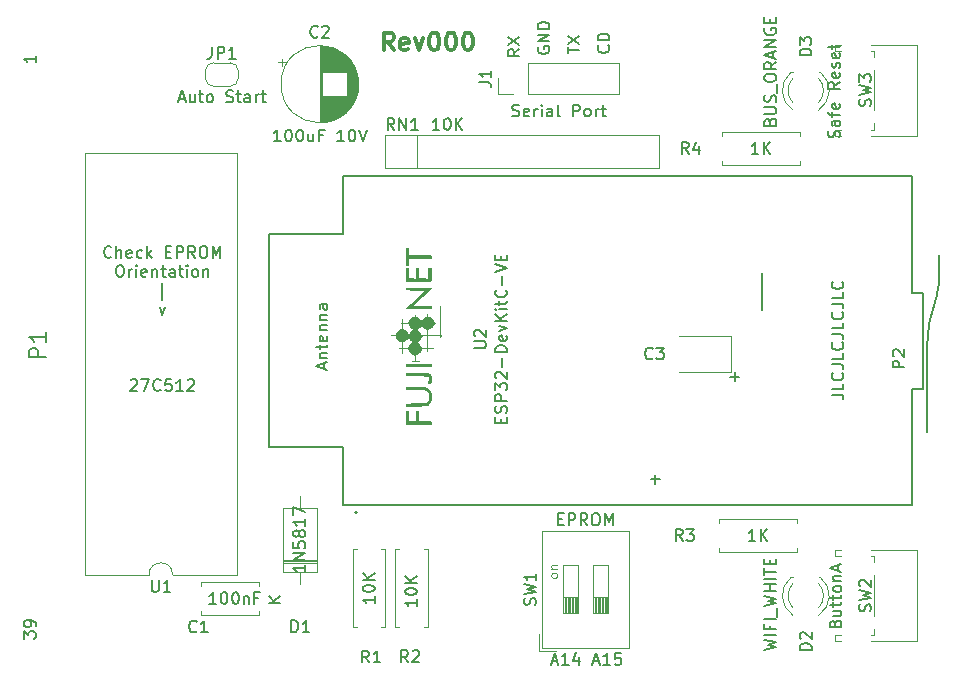
<source format=gbr>
%TF.GenerationSoftware,KiCad,Pcbnew,7.0.10*%
%TF.CreationDate,2024-02-05T23:38:35-06:00*%
%TF.ProjectId,CoCo-FujiNet-Rev000,436f436f-2d46-4756-9a69-4e65742d5265,Rev 000*%
%TF.SameCoordinates,Original*%
%TF.FileFunction,Legend,Top*%
%TF.FilePolarity,Positive*%
%FSLAX46Y46*%
G04 Gerber Fmt 4.6, Leading zero omitted, Abs format (unit mm)*
G04 Created by KiCad (PCBNEW 7.0.10) date 2024-02-05 23:38:35*
%MOMM*%
%LPD*%
G01*
G04 APERTURE LIST*
%ADD10C,0.150000*%
%ADD11C,0.300000*%
%ADD12C,0.120000*%
%ADD13C,0.127000*%
%ADD14C,0.200000*%
G04 APERTURE END LIST*
D10*
X115681666Y-82574580D02*
X115634047Y-82622200D01*
X115634047Y-82622200D02*
X115491190Y-82669819D01*
X115491190Y-82669819D02*
X115395952Y-82669819D01*
X115395952Y-82669819D02*
X115253095Y-82622200D01*
X115253095Y-82622200D02*
X115157857Y-82526961D01*
X115157857Y-82526961D02*
X115110238Y-82431723D01*
X115110238Y-82431723D02*
X115062619Y-82241247D01*
X115062619Y-82241247D02*
X115062619Y-82098390D01*
X115062619Y-82098390D02*
X115110238Y-81907914D01*
X115110238Y-81907914D02*
X115157857Y-81812676D01*
X115157857Y-81812676D02*
X115253095Y-81717438D01*
X115253095Y-81717438D02*
X115395952Y-81669819D01*
X115395952Y-81669819D02*
X115491190Y-81669819D01*
X115491190Y-81669819D02*
X115634047Y-81717438D01*
X115634047Y-81717438D02*
X115681666Y-81765057D01*
X116110238Y-82669819D02*
X116110238Y-81669819D01*
X116538809Y-82669819D02*
X116538809Y-82146009D01*
X116538809Y-82146009D02*
X116491190Y-82050771D01*
X116491190Y-82050771D02*
X116395952Y-82003152D01*
X116395952Y-82003152D02*
X116253095Y-82003152D01*
X116253095Y-82003152D02*
X116157857Y-82050771D01*
X116157857Y-82050771D02*
X116110238Y-82098390D01*
X117395952Y-82622200D02*
X117300714Y-82669819D01*
X117300714Y-82669819D02*
X117110238Y-82669819D01*
X117110238Y-82669819D02*
X117015000Y-82622200D01*
X117015000Y-82622200D02*
X116967381Y-82526961D01*
X116967381Y-82526961D02*
X116967381Y-82146009D01*
X116967381Y-82146009D02*
X117015000Y-82050771D01*
X117015000Y-82050771D02*
X117110238Y-82003152D01*
X117110238Y-82003152D02*
X117300714Y-82003152D01*
X117300714Y-82003152D02*
X117395952Y-82050771D01*
X117395952Y-82050771D02*
X117443571Y-82146009D01*
X117443571Y-82146009D02*
X117443571Y-82241247D01*
X117443571Y-82241247D02*
X116967381Y-82336485D01*
X118300714Y-82622200D02*
X118205476Y-82669819D01*
X118205476Y-82669819D02*
X118015000Y-82669819D01*
X118015000Y-82669819D02*
X117919762Y-82622200D01*
X117919762Y-82622200D02*
X117872143Y-82574580D01*
X117872143Y-82574580D02*
X117824524Y-82479342D01*
X117824524Y-82479342D02*
X117824524Y-82193628D01*
X117824524Y-82193628D02*
X117872143Y-82098390D01*
X117872143Y-82098390D02*
X117919762Y-82050771D01*
X117919762Y-82050771D02*
X118015000Y-82003152D01*
X118015000Y-82003152D02*
X118205476Y-82003152D01*
X118205476Y-82003152D02*
X118300714Y-82050771D01*
X118729286Y-82669819D02*
X118729286Y-81669819D01*
X118824524Y-82288866D02*
X119110238Y-82669819D01*
X119110238Y-82003152D02*
X118729286Y-82384104D01*
X120300715Y-82146009D02*
X120634048Y-82146009D01*
X120776905Y-82669819D02*
X120300715Y-82669819D01*
X120300715Y-82669819D02*
X120300715Y-81669819D01*
X120300715Y-81669819D02*
X120776905Y-81669819D01*
X121205477Y-82669819D02*
X121205477Y-81669819D01*
X121205477Y-81669819D02*
X121586429Y-81669819D01*
X121586429Y-81669819D02*
X121681667Y-81717438D01*
X121681667Y-81717438D02*
X121729286Y-81765057D01*
X121729286Y-81765057D02*
X121776905Y-81860295D01*
X121776905Y-81860295D02*
X121776905Y-82003152D01*
X121776905Y-82003152D02*
X121729286Y-82098390D01*
X121729286Y-82098390D02*
X121681667Y-82146009D01*
X121681667Y-82146009D02*
X121586429Y-82193628D01*
X121586429Y-82193628D02*
X121205477Y-82193628D01*
X122776905Y-82669819D02*
X122443572Y-82193628D01*
X122205477Y-82669819D02*
X122205477Y-81669819D01*
X122205477Y-81669819D02*
X122586429Y-81669819D01*
X122586429Y-81669819D02*
X122681667Y-81717438D01*
X122681667Y-81717438D02*
X122729286Y-81765057D01*
X122729286Y-81765057D02*
X122776905Y-81860295D01*
X122776905Y-81860295D02*
X122776905Y-82003152D01*
X122776905Y-82003152D02*
X122729286Y-82098390D01*
X122729286Y-82098390D02*
X122681667Y-82146009D01*
X122681667Y-82146009D02*
X122586429Y-82193628D01*
X122586429Y-82193628D02*
X122205477Y-82193628D01*
X123395953Y-81669819D02*
X123586429Y-81669819D01*
X123586429Y-81669819D02*
X123681667Y-81717438D01*
X123681667Y-81717438D02*
X123776905Y-81812676D01*
X123776905Y-81812676D02*
X123824524Y-82003152D01*
X123824524Y-82003152D02*
X123824524Y-82336485D01*
X123824524Y-82336485D02*
X123776905Y-82526961D01*
X123776905Y-82526961D02*
X123681667Y-82622200D01*
X123681667Y-82622200D02*
X123586429Y-82669819D01*
X123586429Y-82669819D02*
X123395953Y-82669819D01*
X123395953Y-82669819D02*
X123300715Y-82622200D01*
X123300715Y-82622200D02*
X123205477Y-82526961D01*
X123205477Y-82526961D02*
X123157858Y-82336485D01*
X123157858Y-82336485D02*
X123157858Y-82003152D01*
X123157858Y-82003152D02*
X123205477Y-81812676D01*
X123205477Y-81812676D02*
X123300715Y-81717438D01*
X123300715Y-81717438D02*
X123395953Y-81669819D01*
X124253096Y-82669819D02*
X124253096Y-81669819D01*
X124253096Y-81669819D02*
X124586429Y-82384104D01*
X124586429Y-82384104D02*
X124919762Y-81669819D01*
X124919762Y-81669819D02*
X124919762Y-82669819D01*
X116324523Y-83279819D02*
X116514999Y-83279819D01*
X116514999Y-83279819D02*
X116610237Y-83327438D01*
X116610237Y-83327438D02*
X116705475Y-83422676D01*
X116705475Y-83422676D02*
X116753094Y-83613152D01*
X116753094Y-83613152D02*
X116753094Y-83946485D01*
X116753094Y-83946485D02*
X116705475Y-84136961D01*
X116705475Y-84136961D02*
X116610237Y-84232200D01*
X116610237Y-84232200D02*
X116514999Y-84279819D01*
X116514999Y-84279819D02*
X116324523Y-84279819D01*
X116324523Y-84279819D02*
X116229285Y-84232200D01*
X116229285Y-84232200D02*
X116134047Y-84136961D01*
X116134047Y-84136961D02*
X116086428Y-83946485D01*
X116086428Y-83946485D02*
X116086428Y-83613152D01*
X116086428Y-83613152D02*
X116134047Y-83422676D01*
X116134047Y-83422676D02*
X116229285Y-83327438D01*
X116229285Y-83327438D02*
X116324523Y-83279819D01*
X117181666Y-84279819D02*
X117181666Y-83613152D01*
X117181666Y-83803628D02*
X117229285Y-83708390D01*
X117229285Y-83708390D02*
X117276904Y-83660771D01*
X117276904Y-83660771D02*
X117372142Y-83613152D01*
X117372142Y-83613152D02*
X117467380Y-83613152D01*
X117800714Y-84279819D02*
X117800714Y-83613152D01*
X117800714Y-83279819D02*
X117753095Y-83327438D01*
X117753095Y-83327438D02*
X117800714Y-83375057D01*
X117800714Y-83375057D02*
X117848333Y-83327438D01*
X117848333Y-83327438D02*
X117800714Y-83279819D01*
X117800714Y-83279819D02*
X117800714Y-83375057D01*
X118657856Y-84232200D02*
X118562618Y-84279819D01*
X118562618Y-84279819D02*
X118372142Y-84279819D01*
X118372142Y-84279819D02*
X118276904Y-84232200D01*
X118276904Y-84232200D02*
X118229285Y-84136961D01*
X118229285Y-84136961D02*
X118229285Y-83756009D01*
X118229285Y-83756009D02*
X118276904Y-83660771D01*
X118276904Y-83660771D02*
X118372142Y-83613152D01*
X118372142Y-83613152D02*
X118562618Y-83613152D01*
X118562618Y-83613152D02*
X118657856Y-83660771D01*
X118657856Y-83660771D02*
X118705475Y-83756009D01*
X118705475Y-83756009D02*
X118705475Y-83851247D01*
X118705475Y-83851247D02*
X118229285Y-83946485D01*
X119134047Y-83613152D02*
X119134047Y-84279819D01*
X119134047Y-83708390D02*
X119181666Y-83660771D01*
X119181666Y-83660771D02*
X119276904Y-83613152D01*
X119276904Y-83613152D02*
X119419761Y-83613152D01*
X119419761Y-83613152D02*
X119514999Y-83660771D01*
X119514999Y-83660771D02*
X119562618Y-83756009D01*
X119562618Y-83756009D02*
X119562618Y-84279819D01*
X119895952Y-83613152D02*
X120276904Y-83613152D01*
X120038809Y-83279819D02*
X120038809Y-84136961D01*
X120038809Y-84136961D02*
X120086428Y-84232200D01*
X120086428Y-84232200D02*
X120181666Y-84279819D01*
X120181666Y-84279819D02*
X120276904Y-84279819D01*
X121038809Y-84279819D02*
X121038809Y-83756009D01*
X121038809Y-83756009D02*
X120991190Y-83660771D01*
X120991190Y-83660771D02*
X120895952Y-83613152D01*
X120895952Y-83613152D02*
X120705476Y-83613152D01*
X120705476Y-83613152D02*
X120610238Y-83660771D01*
X121038809Y-84232200D02*
X120943571Y-84279819D01*
X120943571Y-84279819D02*
X120705476Y-84279819D01*
X120705476Y-84279819D02*
X120610238Y-84232200D01*
X120610238Y-84232200D02*
X120562619Y-84136961D01*
X120562619Y-84136961D02*
X120562619Y-84041723D01*
X120562619Y-84041723D02*
X120610238Y-83946485D01*
X120610238Y-83946485D02*
X120705476Y-83898866D01*
X120705476Y-83898866D02*
X120943571Y-83898866D01*
X120943571Y-83898866D02*
X121038809Y-83851247D01*
X121372143Y-83613152D02*
X121753095Y-83613152D01*
X121515000Y-83279819D02*
X121515000Y-84136961D01*
X121515000Y-84136961D02*
X121562619Y-84232200D01*
X121562619Y-84232200D02*
X121657857Y-84279819D01*
X121657857Y-84279819D02*
X121753095Y-84279819D01*
X122086429Y-84279819D02*
X122086429Y-83613152D01*
X122086429Y-83279819D02*
X122038810Y-83327438D01*
X122038810Y-83327438D02*
X122086429Y-83375057D01*
X122086429Y-83375057D02*
X122134048Y-83327438D01*
X122134048Y-83327438D02*
X122086429Y-83279819D01*
X122086429Y-83279819D02*
X122086429Y-83375057D01*
X122705476Y-84279819D02*
X122610238Y-84232200D01*
X122610238Y-84232200D02*
X122562619Y-84184580D01*
X122562619Y-84184580D02*
X122515000Y-84089342D01*
X122515000Y-84089342D02*
X122515000Y-83803628D01*
X122515000Y-83803628D02*
X122562619Y-83708390D01*
X122562619Y-83708390D02*
X122610238Y-83660771D01*
X122610238Y-83660771D02*
X122705476Y-83613152D01*
X122705476Y-83613152D02*
X122848333Y-83613152D01*
X122848333Y-83613152D02*
X122943571Y-83660771D01*
X122943571Y-83660771D02*
X122991190Y-83708390D01*
X122991190Y-83708390D02*
X123038809Y-83803628D01*
X123038809Y-83803628D02*
X123038809Y-84089342D01*
X123038809Y-84089342D02*
X122991190Y-84184580D01*
X122991190Y-84184580D02*
X122943571Y-84232200D01*
X122943571Y-84232200D02*
X122848333Y-84279819D01*
X122848333Y-84279819D02*
X122705476Y-84279819D01*
X123467381Y-83613152D02*
X123467381Y-84279819D01*
X123467381Y-83708390D02*
X123515000Y-83660771D01*
X123515000Y-83660771D02*
X123610238Y-83613152D01*
X123610238Y-83613152D02*
X123753095Y-83613152D01*
X123753095Y-83613152D02*
X123848333Y-83660771D01*
X123848333Y-83660771D02*
X123895952Y-83756009D01*
X123895952Y-83756009D02*
X123895952Y-84279819D01*
X120015000Y-86223152D02*
X120015000Y-84794580D01*
X119776905Y-86833152D02*
X120015000Y-87499819D01*
X120015000Y-87499819D02*
X120253095Y-86833152D01*
X168103779Y-92706866D02*
X168865684Y-92706866D01*
X168484731Y-93087819D02*
X168484731Y-92325914D01*
X133696104Y-92039839D02*
X133696104Y-91563649D01*
X133981819Y-92135077D02*
X132981819Y-91801744D01*
X132981819Y-91801744D02*
X133981819Y-91468411D01*
X133315152Y-91135077D02*
X133981819Y-91135077D01*
X133410390Y-91135077D02*
X133362771Y-91087458D01*
X133362771Y-91087458D02*
X133315152Y-90992220D01*
X133315152Y-90992220D02*
X133315152Y-90849363D01*
X133315152Y-90849363D02*
X133362771Y-90754125D01*
X133362771Y-90754125D02*
X133458009Y-90706506D01*
X133458009Y-90706506D02*
X133981819Y-90706506D01*
X133315152Y-90373172D02*
X133315152Y-89992220D01*
X132981819Y-90230315D02*
X133838961Y-90230315D01*
X133838961Y-90230315D02*
X133934200Y-90182696D01*
X133934200Y-90182696D02*
X133981819Y-90087458D01*
X133981819Y-90087458D02*
X133981819Y-89992220D01*
X133934200Y-89277934D02*
X133981819Y-89373172D01*
X133981819Y-89373172D02*
X133981819Y-89563648D01*
X133981819Y-89563648D02*
X133934200Y-89658886D01*
X133934200Y-89658886D02*
X133838961Y-89706505D01*
X133838961Y-89706505D02*
X133458009Y-89706505D01*
X133458009Y-89706505D02*
X133362771Y-89658886D01*
X133362771Y-89658886D02*
X133315152Y-89563648D01*
X133315152Y-89563648D02*
X133315152Y-89373172D01*
X133315152Y-89373172D02*
X133362771Y-89277934D01*
X133362771Y-89277934D02*
X133458009Y-89230315D01*
X133458009Y-89230315D02*
X133553247Y-89230315D01*
X133553247Y-89230315D02*
X133648485Y-89706505D01*
X133315152Y-88801743D02*
X133981819Y-88801743D01*
X133410390Y-88801743D02*
X133362771Y-88754124D01*
X133362771Y-88754124D02*
X133315152Y-88658886D01*
X133315152Y-88658886D02*
X133315152Y-88516029D01*
X133315152Y-88516029D02*
X133362771Y-88420791D01*
X133362771Y-88420791D02*
X133458009Y-88373172D01*
X133458009Y-88373172D02*
X133981819Y-88373172D01*
X133315152Y-87896981D02*
X133981819Y-87896981D01*
X133410390Y-87896981D02*
X133362771Y-87849362D01*
X133362771Y-87849362D02*
X133315152Y-87754124D01*
X133315152Y-87754124D02*
X133315152Y-87611267D01*
X133315152Y-87611267D02*
X133362771Y-87516029D01*
X133362771Y-87516029D02*
X133458009Y-87468410D01*
X133458009Y-87468410D02*
X133981819Y-87468410D01*
X133981819Y-86563648D02*
X133458009Y-86563648D01*
X133458009Y-86563648D02*
X133362771Y-86611267D01*
X133362771Y-86611267D02*
X133315152Y-86706505D01*
X133315152Y-86706505D02*
X133315152Y-86896981D01*
X133315152Y-86896981D02*
X133362771Y-86992219D01*
X133934200Y-86563648D02*
X133981819Y-86658886D01*
X133981819Y-86658886D02*
X133981819Y-86896981D01*
X133981819Y-86896981D02*
X133934200Y-86992219D01*
X133934200Y-86992219D02*
X133838961Y-87039838D01*
X133838961Y-87039838D02*
X133743723Y-87039838D01*
X133743723Y-87039838D02*
X133648485Y-86992219D01*
X133648485Y-86992219D02*
X133600866Y-86896981D01*
X133600866Y-86896981D02*
X133600866Y-86658886D01*
X133600866Y-86658886D02*
X133553247Y-86563648D01*
X162108151Y-101390433D02*
X161346247Y-101390433D01*
X161727199Y-101009480D02*
X161727199Y-101771385D01*
X152968560Y-116830504D02*
X153444750Y-116830504D01*
X152873322Y-117116219D02*
X153206655Y-116116219D01*
X153206655Y-116116219D02*
X153539988Y-117116219D01*
X154397131Y-117116219D02*
X153825703Y-117116219D01*
X154111417Y-117116219D02*
X154111417Y-116116219D01*
X154111417Y-116116219D02*
X154016179Y-116259076D01*
X154016179Y-116259076D02*
X153920941Y-116354314D01*
X153920941Y-116354314D02*
X153825703Y-116401933D01*
X155254274Y-116449552D02*
X155254274Y-117116219D01*
X155016179Y-116068600D02*
X154778084Y-116782885D01*
X154778084Y-116782885D02*
X155397131Y-116782885D01*
X156492370Y-116830504D02*
X156968560Y-116830504D01*
X156397132Y-117116219D02*
X156730465Y-116116219D01*
X156730465Y-116116219D02*
X157063798Y-117116219D01*
X157920941Y-117116219D02*
X157349513Y-117116219D01*
X157635227Y-117116219D02*
X157635227Y-116116219D01*
X157635227Y-116116219D02*
X157539989Y-116259076D01*
X157539989Y-116259076D02*
X157444751Y-116354314D01*
X157444751Y-116354314D02*
X157349513Y-116401933D01*
X158825703Y-116116219D02*
X158349513Y-116116219D01*
X158349513Y-116116219D02*
X158301894Y-116592409D01*
X158301894Y-116592409D02*
X158349513Y-116544790D01*
X158349513Y-116544790D02*
X158444751Y-116497171D01*
X158444751Y-116497171D02*
X158682846Y-116497171D01*
X158682846Y-116497171D02*
X158778084Y-116544790D01*
X158778084Y-116544790D02*
X158825703Y-116592409D01*
X158825703Y-116592409D02*
X158873322Y-116687647D01*
X158873322Y-116687647D02*
X158873322Y-116925742D01*
X158873322Y-116925742D02*
X158825703Y-117020980D01*
X158825703Y-117020980D02*
X158778084Y-117068600D01*
X158778084Y-117068600D02*
X158682846Y-117116219D01*
X158682846Y-117116219D02*
X158444751Y-117116219D01*
X158444751Y-117116219D02*
X158349513Y-117068600D01*
X158349513Y-117068600D02*
X158301894Y-117020980D01*
X157762580Y-64662160D02*
X157810200Y-64709779D01*
X157810200Y-64709779D02*
X157857819Y-64852636D01*
X157857819Y-64852636D02*
X157857819Y-64947874D01*
X157857819Y-64947874D02*
X157810200Y-65090731D01*
X157810200Y-65090731D02*
X157714961Y-65185969D01*
X157714961Y-65185969D02*
X157619723Y-65233588D01*
X157619723Y-65233588D02*
X157429247Y-65281207D01*
X157429247Y-65281207D02*
X157286390Y-65281207D01*
X157286390Y-65281207D02*
X157095914Y-65233588D01*
X157095914Y-65233588D02*
X157000676Y-65185969D01*
X157000676Y-65185969D02*
X156905438Y-65090731D01*
X156905438Y-65090731D02*
X156857819Y-64947874D01*
X156857819Y-64947874D02*
X156857819Y-64852636D01*
X156857819Y-64852636D02*
X156905438Y-64709779D01*
X156905438Y-64709779D02*
X156953057Y-64662160D01*
X157857819Y-64233588D02*
X156857819Y-64233588D01*
X156857819Y-64233588D02*
X156857819Y-63995493D01*
X156857819Y-63995493D02*
X156905438Y-63852636D01*
X156905438Y-63852636D02*
X157000676Y-63757398D01*
X157000676Y-63757398D02*
X157095914Y-63709779D01*
X157095914Y-63709779D02*
X157286390Y-63662160D01*
X157286390Y-63662160D02*
X157429247Y-63662160D01*
X157429247Y-63662160D02*
X157619723Y-63709779D01*
X157619723Y-63709779D02*
X157714961Y-63757398D01*
X157714961Y-63757398D02*
X157810200Y-63852636D01*
X157810200Y-63852636D02*
X157857819Y-63995493D01*
X157857819Y-63995493D02*
X157857819Y-64233588D01*
X151825438Y-64798411D02*
X151777819Y-64893649D01*
X151777819Y-64893649D02*
X151777819Y-65036506D01*
X151777819Y-65036506D02*
X151825438Y-65179363D01*
X151825438Y-65179363D02*
X151920676Y-65274601D01*
X151920676Y-65274601D02*
X152015914Y-65322220D01*
X152015914Y-65322220D02*
X152206390Y-65369839D01*
X152206390Y-65369839D02*
X152349247Y-65369839D01*
X152349247Y-65369839D02*
X152539723Y-65322220D01*
X152539723Y-65322220D02*
X152634961Y-65274601D01*
X152634961Y-65274601D02*
X152730200Y-65179363D01*
X152730200Y-65179363D02*
X152777819Y-65036506D01*
X152777819Y-65036506D02*
X152777819Y-64941268D01*
X152777819Y-64941268D02*
X152730200Y-64798411D01*
X152730200Y-64798411D02*
X152682580Y-64750792D01*
X152682580Y-64750792D02*
X152349247Y-64750792D01*
X152349247Y-64750792D02*
X152349247Y-64941268D01*
X152777819Y-64322220D02*
X151777819Y-64322220D01*
X151777819Y-64322220D02*
X152777819Y-63750792D01*
X152777819Y-63750792D02*
X151777819Y-63750792D01*
X152777819Y-63274601D02*
X151777819Y-63274601D01*
X151777819Y-63274601D02*
X151777819Y-63036506D01*
X151777819Y-63036506D02*
X151825438Y-62893649D01*
X151825438Y-62893649D02*
X151920676Y-62798411D01*
X151920676Y-62798411D02*
X152015914Y-62750792D01*
X152015914Y-62750792D02*
X152206390Y-62703173D01*
X152206390Y-62703173D02*
X152349247Y-62703173D01*
X152349247Y-62703173D02*
X152539723Y-62750792D01*
X152539723Y-62750792D02*
X152634961Y-62798411D01*
X152634961Y-62798411D02*
X152730200Y-62893649D01*
X152730200Y-62893649D02*
X152777819Y-63036506D01*
X152777819Y-63036506D02*
X152777819Y-63274601D01*
X150237819Y-64995541D02*
X149761628Y-65328874D01*
X150237819Y-65566969D02*
X149237819Y-65566969D01*
X149237819Y-65566969D02*
X149237819Y-65186017D01*
X149237819Y-65186017D02*
X149285438Y-65090779D01*
X149285438Y-65090779D02*
X149333057Y-65043160D01*
X149333057Y-65043160D02*
X149428295Y-64995541D01*
X149428295Y-64995541D02*
X149571152Y-64995541D01*
X149571152Y-64995541D02*
X149666390Y-65043160D01*
X149666390Y-65043160D02*
X149714009Y-65090779D01*
X149714009Y-65090779D02*
X149761628Y-65186017D01*
X149761628Y-65186017D02*
X149761628Y-65566969D01*
X149237819Y-64662207D02*
X150237819Y-63995541D01*
X149237819Y-63995541D02*
X150237819Y-64662207D01*
X176669819Y-94246506D02*
X177384104Y-94246506D01*
X177384104Y-94246506D02*
X177526961Y-94294125D01*
X177526961Y-94294125D02*
X177622200Y-94389363D01*
X177622200Y-94389363D02*
X177669819Y-94532220D01*
X177669819Y-94532220D02*
X177669819Y-94627458D01*
X177669819Y-93294125D02*
X177669819Y-93770315D01*
X177669819Y-93770315D02*
X176669819Y-93770315D01*
X177574580Y-92389363D02*
X177622200Y-92436982D01*
X177622200Y-92436982D02*
X177669819Y-92579839D01*
X177669819Y-92579839D02*
X177669819Y-92675077D01*
X177669819Y-92675077D02*
X177622200Y-92817934D01*
X177622200Y-92817934D02*
X177526961Y-92913172D01*
X177526961Y-92913172D02*
X177431723Y-92960791D01*
X177431723Y-92960791D02*
X177241247Y-93008410D01*
X177241247Y-93008410D02*
X177098390Y-93008410D01*
X177098390Y-93008410D02*
X176907914Y-92960791D01*
X176907914Y-92960791D02*
X176812676Y-92913172D01*
X176812676Y-92913172D02*
X176717438Y-92817934D01*
X176717438Y-92817934D02*
X176669819Y-92675077D01*
X176669819Y-92675077D02*
X176669819Y-92579839D01*
X176669819Y-92579839D02*
X176717438Y-92436982D01*
X176717438Y-92436982D02*
X176765057Y-92389363D01*
X176669819Y-91675077D02*
X177384104Y-91675077D01*
X177384104Y-91675077D02*
X177526961Y-91722696D01*
X177526961Y-91722696D02*
X177622200Y-91817934D01*
X177622200Y-91817934D02*
X177669819Y-91960791D01*
X177669819Y-91960791D02*
X177669819Y-92056029D01*
X177669819Y-90722696D02*
X177669819Y-91198886D01*
X177669819Y-91198886D02*
X176669819Y-91198886D01*
X177574580Y-89817934D02*
X177622200Y-89865553D01*
X177622200Y-89865553D02*
X177669819Y-90008410D01*
X177669819Y-90008410D02*
X177669819Y-90103648D01*
X177669819Y-90103648D02*
X177622200Y-90246505D01*
X177622200Y-90246505D02*
X177526961Y-90341743D01*
X177526961Y-90341743D02*
X177431723Y-90389362D01*
X177431723Y-90389362D02*
X177241247Y-90436981D01*
X177241247Y-90436981D02*
X177098390Y-90436981D01*
X177098390Y-90436981D02*
X176907914Y-90389362D01*
X176907914Y-90389362D02*
X176812676Y-90341743D01*
X176812676Y-90341743D02*
X176717438Y-90246505D01*
X176717438Y-90246505D02*
X176669819Y-90103648D01*
X176669819Y-90103648D02*
X176669819Y-90008410D01*
X176669819Y-90008410D02*
X176717438Y-89865553D01*
X176717438Y-89865553D02*
X176765057Y-89817934D01*
X176669819Y-89103648D02*
X177384104Y-89103648D01*
X177384104Y-89103648D02*
X177526961Y-89151267D01*
X177526961Y-89151267D02*
X177622200Y-89246505D01*
X177622200Y-89246505D02*
X177669819Y-89389362D01*
X177669819Y-89389362D02*
X177669819Y-89484600D01*
X177669819Y-88151267D02*
X177669819Y-88627457D01*
X177669819Y-88627457D02*
X176669819Y-88627457D01*
X177574580Y-87246505D02*
X177622200Y-87294124D01*
X177622200Y-87294124D02*
X177669819Y-87436981D01*
X177669819Y-87436981D02*
X177669819Y-87532219D01*
X177669819Y-87532219D02*
X177622200Y-87675076D01*
X177622200Y-87675076D02*
X177526961Y-87770314D01*
X177526961Y-87770314D02*
X177431723Y-87817933D01*
X177431723Y-87817933D02*
X177241247Y-87865552D01*
X177241247Y-87865552D02*
X177098390Y-87865552D01*
X177098390Y-87865552D02*
X176907914Y-87817933D01*
X176907914Y-87817933D02*
X176812676Y-87770314D01*
X176812676Y-87770314D02*
X176717438Y-87675076D01*
X176717438Y-87675076D02*
X176669819Y-87532219D01*
X176669819Y-87532219D02*
X176669819Y-87436981D01*
X176669819Y-87436981D02*
X176717438Y-87294124D01*
X176717438Y-87294124D02*
X176765057Y-87246505D01*
X176669819Y-86532219D02*
X177384104Y-86532219D01*
X177384104Y-86532219D02*
X177526961Y-86579838D01*
X177526961Y-86579838D02*
X177622200Y-86675076D01*
X177622200Y-86675076D02*
X177669819Y-86817933D01*
X177669819Y-86817933D02*
X177669819Y-86913171D01*
X177669819Y-85579838D02*
X177669819Y-86056028D01*
X177669819Y-86056028D02*
X176669819Y-86056028D01*
X177574580Y-84675076D02*
X177622200Y-84722695D01*
X177622200Y-84722695D02*
X177669819Y-84865552D01*
X177669819Y-84865552D02*
X177669819Y-84960790D01*
X177669819Y-84960790D02*
X177622200Y-85103647D01*
X177622200Y-85103647D02*
X177526961Y-85198885D01*
X177526961Y-85198885D02*
X177431723Y-85246504D01*
X177431723Y-85246504D02*
X177241247Y-85294123D01*
X177241247Y-85294123D02*
X177098390Y-85294123D01*
X177098390Y-85294123D02*
X176907914Y-85246504D01*
X176907914Y-85246504D02*
X176812676Y-85198885D01*
X176812676Y-85198885D02*
X176717438Y-85103647D01*
X176717438Y-85103647D02*
X176669819Y-84960790D01*
X176669819Y-84960790D02*
X176669819Y-84865552D01*
X176669819Y-84865552D02*
X176717438Y-84722695D01*
X176717438Y-84722695D02*
X176765057Y-84675076D01*
D11*
X139587653Y-65078828D02*
X139087653Y-64364542D01*
X138730510Y-65078828D02*
X138730510Y-63578828D01*
X138730510Y-63578828D02*
X139301939Y-63578828D01*
X139301939Y-63578828D02*
X139444796Y-63650257D01*
X139444796Y-63650257D02*
X139516225Y-63721685D01*
X139516225Y-63721685D02*
X139587653Y-63864542D01*
X139587653Y-63864542D02*
X139587653Y-64078828D01*
X139587653Y-64078828D02*
X139516225Y-64221685D01*
X139516225Y-64221685D02*
X139444796Y-64293114D01*
X139444796Y-64293114D02*
X139301939Y-64364542D01*
X139301939Y-64364542D02*
X138730510Y-64364542D01*
X140801939Y-65007400D02*
X140659082Y-65078828D01*
X140659082Y-65078828D02*
X140373368Y-65078828D01*
X140373368Y-65078828D02*
X140230510Y-65007400D01*
X140230510Y-65007400D02*
X140159082Y-64864542D01*
X140159082Y-64864542D02*
X140159082Y-64293114D01*
X140159082Y-64293114D02*
X140230510Y-64150257D01*
X140230510Y-64150257D02*
X140373368Y-64078828D01*
X140373368Y-64078828D02*
X140659082Y-64078828D01*
X140659082Y-64078828D02*
X140801939Y-64150257D01*
X140801939Y-64150257D02*
X140873368Y-64293114D01*
X140873368Y-64293114D02*
X140873368Y-64435971D01*
X140873368Y-64435971D02*
X140159082Y-64578828D01*
X141373367Y-64078828D02*
X141730510Y-65078828D01*
X141730510Y-65078828D02*
X142087653Y-64078828D01*
X142944796Y-63578828D02*
X143087653Y-63578828D01*
X143087653Y-63578828D02*
X143230510Y-63650257D01*
X143230510Y-63650257D02*
X143301939Y-63721685D01*
X143301939Y-63721685D02*
X143373367Y-63864542D01*
X143373367Y-63864542D02*
X143444796Y-64150257D01*
X143444796Y-64150257D02*
X143444796Y-64507400D01*
X143444796Y-64507400D02*
X143373367Y-64793114D01*
X143373367Y-64793114D02*
X143301939Y-64935971D01*
X143301939Y-64935971D02*
X143230510Y-65007400D01*
X143230510Y-65007400D02*
X143087653Y-65078828D01*
X143087653Y-65078828D02*
X142944796Y-65078828D01*
X142944796Y-65078828D02*
X142801939Y-65007400D01*
X142801939Y-65007400D02*
X142730510Y-64935971D01*
X142730510Y-64935971D02*
X142659081Y-64793114D01*
X142659081Y-64793114D02*
X142587653Y-64507400D01*
X142587653Y-64507400D02*
X142587653Y-64150257D01*
X142587653Y-64150257D02*
X142659081Y-63864542D01*
X142659081Y-63864542D02*
X142730510Y-63721685D01*
X142730510Y-63721685D02*
X142801939Y-63650257D01*
X142801939Y-63650257D02*
X142944796Y-63578828D01*
X144373367Y-63578828D02*
X144516224Y-63578828D01*
X144516224Y-63578828D02*
X144659081Y-63650257D01*
X144659081Y-63650257D02*
X144730510Y-63721685D01*
X144730510Y-63721685D02*
X144801938Y-63864542D01*
X144801938Y-63864542D02*
X144873367Y-64150257D01*
X144873367Y-64150257D02*
X144873367Y-64507400D01*
X144873367Y-64507400D02*
X144801938Y-64793114D01*
X144801938Y-64793114D02*
X144730510Y-64935971D01*
X144730510Y-64935971D02*
X144659081Y-65007400D01*
X144659081Y-65007400D02*
X144516224Y-65078828D01*
X144516224Y-65078828D02*
X144373367Y-65078828D01*
X144373367Y-65078828D02*
X144230510Y-65007400D01*
X144230510Y-65007400D02*
X144159081Y-64935971D01*
X144159081Y-64935971D02*
X144087652Y-64793114D01*
X144087652Y-64793114D02*
X144016224Y-64507400D01*
X144016224Y-64507400D02*
X144016224Y-64150257D01*
X144016224Y-64150257D02*
X144087652Y-63864542D01*
X144087652Y-63864542D02*
X144159081Y-63721685D01*
X144159081Y-63721685D02*
X144230510Y-63650257D01*
X144230510Y-63650257D02*
X144373367Y-63578828D01*
X145801938Y-63578828D02*
X145944795Y-63578828D01*
X145944795Y-63578828D02*
X146087652Y-63650257D01*
X146087652Y-63650257D02*
X146159081Y-63721685D01*
X146159081Y-63721685D02*
X146230509Y-63864542D01*
X146230509Y-63864542D02*
X146301938Y-64150257D01*
X146301938Y-64150257D02*
X146301938Y-64507400D01*
X146301938Y-64507400D02*
X146230509Y-64793114D01*
X146230509Y-64793114D02*
X146159081Y-64935971D01*
X146159081Y-64935971D02*
X146087652Y-65007400D01*
X146087652Y-65007400D02*
X145944795Y-65078828D01*
X145944795Y-65078828D02*
X145801938Y-65078828D01*
X145801938Y-65078828D02*
X145659081Y-65007400D01*
X145659081Y-65007400D02*
X145587652Y-64935971D01*
X145587652Y-64935971D02*
X145516223Y-64793114D01*
X145516223Y-64793114D02*
X145444795Y-64507400D01*
X145444795Y-64507400D02*
X145444795Y-64150257D01*
X145444795Y-64150257D02*
X145516223Y-63864542D01*
X145516223Y-63864542D02*
X145587652Y-63721685D01*
X145587652Y-63721685D02*
X145659081Y-63650257D01*
X145659081Y-63650257D02*
X145801938Y-63578828D01*
D10*
X154317819Y-65344731D02*
X154317819Y-64773303D01*
X155317819Y-65059017D02*
X154317819Y-65059017D01*
X154317819Y-64535207D02*
X155317819Y-63868541D01*
X154317819Y-63868541D02*
X155317819Y-64535207D01*
X110113866Y-91076332D02*
X108713866Y-91076332D01*
X108713866Y-91076332D02*
X108713866Y-90542999D01*
X108713866Y-90542999D02*
X108780533Y-90409666D01*
X108780533Y-90409666D02*
X108847200Y-90342999D01*
X108847200Y-90342999D02*
X108980533Y-90276332D01*
X108980533Y-90276332D02*
X109180533Y-90276332D01*
X109180533Y-90276332D02*
X109313866Y-90342999D01*
X109313866Y-90342999D02*
X109380533Y-90409666D01*
X109380533Y-90409666D02*
X109447200Y-90542999D01*
X109447200Y-90542999D02*
X109447200Y-91076332D01*
X110113866Y-88942999D02*
X110113866Y-89742999D01*
X110113866Y-89342999D02*
X108713866Y-89342999D01*
X108713866Y-89342999D02*
X108913866Y-89476332D01*
X108913866Y-89476332D02*
X109047200Y-89609666D01*
X109047200Y-89609666D02*
X109113866Y-89742999D01*
X108273819Y-114889273D02*
X108273819Y-114270226D01*
X108273819Y-114270226D02*
X108654771Y-114603559D01*
X108654771Y-114603559D02*
X108654771Y-114460702D01*
X108654771Y-114460702D02*
X108702390Y-114365464D01*
X108702390Y-114365464D02*
X108750009Y-114317845D01*
X108750009Y-114317845D02*
X108845247Y-114270226D01*
X108845247Y-114270226D02*
X109083342Y-114270226D01*
X109083342Y-114270226D02*
X109178580Y-114317845D01*
X109178580Y-114317845D02*
X109226200Y-114365464D01*
X109226200Y-114365464D02*
X109273819Y-114460702D01*
X109273819Y-114460702D02*
X109273819Y-114746416D01*
X109273819Y-114746416D02*
X109226200Y-114841654D01*
X109226200Y-114841654D02*
X109178580Y-114889273D01*
X109273819Y-113794035D02*
X109273819Y-113603559D01*
X109273819Y-113603559D02*
X109226200Y-113508321D01*
X109226200Y-113508321D02*
X109178580Y-113460702D01*
X109178580Y-113460702D02*
X109035723Y-113365464D01*
X109035723Y-113365464D02*
X108845247Y-113317845D01*
X108845247Y-113317845D02*
X108464295Y-113317845D01*
X108464295Y-113317845D02*
X108369057Y-113365464D01*
X108369057Y-113365464D02*
X108321438Y-113413083D01*
X108321438Y-113413083D02*
X108273819Y-113508321D01*
X108273819Y-113508321D02*
X108273819Y-113698797D01*
X108273819Y-113698797D02*
X108321438Y-113794035D01*
X108321438Y-113794035D02*
X108369057Y-113841654D01*
X108369057Y-113841654D02*
X108464295Y-113889273D01*
X108464295Y-113889273D02*
X108702390Y-113889273D01*
X108702390Y-113889273D02*
X108797628Y-113841654D01*
X108797628Y-113841654D02*
X108845247Y-113794035D01*
X108845247Y-113794035D02*
X108892866Y-113698797D01*
X108892866Y-113698797D02*
X108892866Y-113508321D01*
X108892866Y-113508321D02*
X108845247Y-113413083D01*
X108845247Y-113413083D02*
X108797628Y-113365464D01*
X108797628Y-113365464D02*
X108702390Y-113317845D01*
X109273819Y-65534035D02*
X109273819Y-66105463D01*
X109273819Y-65819749D02*
X108273819Y-65819749D01*
X108273819Y-65819749D02*
X108416676Y-65914987D01*
X108416676Y-65914987D02*
X108511914Y-66010225D01*
X108511914Y-66010225D02*
X108559533Y-66105463D01*
X124206666Y-64784819D02*
X124206666Y-65499104D01*
X124206666Y-65499104D02*
X124159047Y-65641961D01*
X124159047Y-65641961D02*
X124063809Y-65737200D01*
X124063809Y-65737200D02*
X123920952Y-65784819D01*
X123920952Y-65784819D02*
X123825714Y-65784819D01*
X124682857Y-65784819D02*
X124682857Y-64784819D01*
X124682857Y-64784819D02*
X125063809Y-64784819D01*
X125063809Y-64784819D02*
X125159047Y-64832438D01*
X125159047Y-64832438D02*
X125206666Y-64880057D01*
X125206666Y-64880057D02*
X125254285Y-64975295D01*
X125254285Y-64975295D02*
X125254285Y-65118152D01*
X125254285Y-65118152D02*
X125206666Y-65213390D01*
X125206666Y-65213390D02*
X125159047Y-65261009D01*
X125159047Y-65261009D02*
X125063809Y-65308628D01*
X125063809Y-65308628D02*
X124682857Y-65308628D01*
X126206666Y-65784819D02*
X125635238Y-65784819D01*
X125920952Y-65784819D02*
X125920952Y-64784819D01*
X125920952Y-64784819D02*
X125825714Y-64927676D01*
X125825714Y-64927676D02*
X125730476Y-65022914D01*
X125730476Y-65022914D02*
X125635238Y-65070533D01*
X121420951Y-69199104D02*
X121897141Y-69199104D01*
X121325713Y-69484819D02*
X121659046Y-68484819D01*
X121659046Y-68484819D02*
X121992379Y-69484819D01*
X122754284Y-68818152D02*
X122754284Y-69484819D01*
X122325713Y-68818152D02*
X122325713Y-69341961D01*
X122325713Y-69341961D02*
X122373332Y-69437200D01*
X122373332Y-69437200D02*
X122468570Y-69484819D01*
X122468570Y-69484819D02*
X122611427Y-69484819D01*
X122611427Y-69484819D02*
X122706665Y-69437200D01*
X122706665Y-69437200D02*
X122754284Y-69389580D01*
X123087618Y-68818152D02*
X123468570Y-68818152D01*
X123230475Y-68484819D02*
X123230475Y-69341961D01*
X123230475Y-69341961D02*
X123278094Y-69437200D01*
X123278094Y-69437200D02*
X123373332Y-69484819D01*
X123373332Y-69484819D02*
X123468570Y-69484819D01*
X123944761Y-69484819D02*
X123849523Y-69437200D01*
X123849523Y-69437200D02*
X123801904Y-69389580D01*
X123801904Y-69389580D02*
X123754285Y-69294342D01*
X123754285Y-69294342D02*
X123754285Y-69008628D01*
X123754285Y-69008628D02*
X123801904Y-68913390D01*
X123801904Y-68913390D02*
X123849523Y-68865771D01*
X123849523Y-68865771D02*
X123944761Y-68818152D01*
X123944761Y-68818152D02*
X124087618Y-68818152D01*
X124087618Y-68818152D02*
X124182856Y-68865771D01*
X124182856Y-68865771D02*
X124230475Y-68913390D01*
X124230475Y-68913390D02*
X124278094Y-69008628D01*
X124278094Y-69008628D02*
X124278094Y-69294342D01*
X124278094Y-69294342D02*
X124230475Y-69389580D01*
X124230475Y-69389580D02*
X124182856Y-69437200D01*
X124182856Y-69437200D02*
X124087618Y-69484819D01*
X124087618Y-69484819D02*
X123944761Y-69484819D01*
X125420952Y-69437200D02*
X125563809Y-69484819D01*
X125563809Y-69484819D02*
X125801904Y-69484819D01*
X125801904Y-69484819D02*
X125897142Y-69437200D01*
X125897142Y-69437200D02*
X125944761Y-69389580D01*
X125944761Y-69389580D02*
X125992380Y-69294342D01*
X125992380Y-69294342D02*
X125992380Y-69199104D01*
X125992380Y-69199104D02*
X125944761Y-69103866D01*
X125944761Y-69103866D02*
X125897142Y-69056247D01*
X125897142Y-69056247D02*
X125801904Y-69008628D01*
X125801904Y-69008628D02*
X125611428Y-68961009D01*
X125611428Y-68961009D02*
X125516190Y-68913390D01*
X125516190Y-68913390D02*
X125468571Y-68865771D01*
X125468571Y-68865771D02*
X125420952Y-68770533D01*
X125420952Y-68770533D02*
X125420952Y-68675295D01*
X125420952Y-68675295D02*
X125468571Y-68580057D01*
X125468571Y-68580057D02*
X125516190Y-68532438D01*
X125516190Y-68532438D02*
X125611428Y-68484819D01*
X125611428Y-68484819D02*
X125849523Y-68484819D01*
X125849523Y-68484819D02*
X125992380Y-68532438D01*
X126278095Y-68818152D02*
X126659047Y-68818152D01*
X126420952Y-68484819D02*
X126420952Y-69341961D01*
X126420952Y-69341961D02*
X126468571Y-69437200D01*
X126468571Y-69437200D02*
X126563809Y-69484819D01*
X126563809Y-69484819D02*
X126659047Y-69484819D01*
X127420952Y-69484819D02*
X127420952Y-68961009D01*
X127420952Y-68961009D02*
X127373333Y-68865771D01*
X127373333Y-68865771D02*
X127278095Y-68818152D01*
X127278095Y-68818152D02*
X127087619Y-68818152D01*
X127087619Y-68818152D02*
X126992381Y-68865771D01*
X127420952Y-69437200D02*
X127325714Y-69484819D01*
X127325714Y-69484819D02*
X127087619Y-69484819D01*
X127087619Y-69484819D02*
X126992381Y-69437200D01*
X126992381Y-69437200D02*
X126944762Y-69341961D01*
X126944762Y-69341961D02*
X126944762Y-69246723D01*
X126944762Y-69246723D02*
X126992381Y-69151485D01*
X126992381Y-69151485D02*
X127087619Y-69103866D01*
X127087619Y-69103866D02*
X127325714Y-69103866D01*
X127325714Y-69103866D02*
X127420952Y-69056247D01*
X127897143Y-69484819D02*
X127897143Y-68818152D01*
X127897143Y-69008628D02*
X127944762Y-68913390D01*
X127944762Y-68913390D02*
X127992381Y-68865771D01*
X127992381Y-68865771D02*
X128087619Y-68818152D01*
X128087619Y-68818152D02*
X128182857Y-68818152D01*
X128373334Y-68818152D02*
X128754286Y-68818152D01*
X128516191Y-68484819D02*
X128516191Y-69341961D01*
X128516191Y-69341961D02*
X128563810Y-69437200D01*
X128563810Y-69437200D02*
X128659048Y-69484819D01*
X128659048Y-69484819D02*
X128754286Y-69484819D01*
X151571600Y-112051932D02*
X151619219Y-111909075D01*
X151619219Y-111909075D02*
X151619219Y-111670980D01*
X151619219Y-111670980D02*
X151571600Y-111575742D01*
X151571600Y-111575742D02*
X151523980Y-111528123D01*
X151523980Y-111528123D02*
X151428742Y-111480504D01*
X151428742Y-111480504D02*
X151333504Y-111480504D01*
X151333504Y-111480504D02*
X151238266Y-111528123D01*
X151238266Y-111528123D02*
X151190647Y-111575742D01*
X151190647Y-111575742D02*
X151143028Y-111670980D01*
X151143028Y-111670980D02*
X151095409Y-111861456D01*
X151095409Y-111861456D02*
X151047790Y-111956694D01*
X151047790Y-111956694D02*
X151000171Y-112004313D01*
X151000171Y-112004313D02*
X150904933Y-112051932D01*
X150904933Y-112051932D02*
X150809695Y-112051932D01*
X150809695Y-112051932D02*
X150714457Y-112004313D01*
X150714457Y-112004313D02*
X150666838Y-111956694D01*
X150666838Y-111956694D02*
X150619219Y-111861456D01*
X150619219Y-111861456D02*
X150619219Y-111623361D01*
X150619219Y-111623361D02*
X150666838Y-111480504D01*
X150619219Y-111147170D02*
X151619219Y-110909075D01*
X151619219Y-110909075D02*
X150904933Y-110718599D01*
X150904933Y-110718599D02*
X151619219Y-110528123D01*
X151619219Y-110528123D02*
X150619219Y-110290028D01*
X151619219Y-109385266D02*
X151619219Y-109956694D01*
X151619219Y-109670980D02*
X150619219Y-109670980D01*
X150619219Y-109670980D02*
X150762076Y-109766218D01*
X150762076Y-109766218D02*
X150857314Y-109861456D01*
X150857314Y-109861456D02*
X150904933Y-109956694D01*
X153505476Y-104770809D02*
X153838809Y-104770809D01*
X153981666Y-105294619D02*
X153505476Y-105294619D01*
X153505476Y-105294619D02*
X153505476Y-104294619D01*
X153505476Y-104294619D02*
X153981666Y-104294619D01*
X154410238Y-105294619D02*
X154410238Y-104294619D01*
X154410238Y-104294619D02*
X154791190Y-104294619D01*
X154791190Y-104294619D02*
X154886428Y-104342238D01*
X154886428Y-104342238D02*
X154934047Y-104389857D01*
X154934047Y-104389857D02*
X154981666Y-104485095D01*
X154981666Y-104485095D02*
X154981666Y-104627952D01*
X154981666Y-104627952D02*
X154934047Y-104723190D01*
X154934047Y-104723190D02*
X154886428Y-104770809D01*
X154886428Y-104770809D02*
X154791190Y-104818428D01*
X154791190Y-104818428D02*
X154410238Y-104818428D01*
X155981666Y-105294619D02*
X155648333Y-104818428D01*
X155410238Y-105294619D02*
X155410238Y-104294619D01*
X155410238Y-104294619D02*
X155791190Y-104294619D01*
X155791190Y-104294619D02*
X155886428Y-104342238D01*
X155886428Y-104342238D02*
X155934047Y-104389857D01*
X155934047Y-104389857D02*
X155981666Y-104485095D01*
X155981666Y-104485095D02*
X155981666Y-104627952D01*
X155981666Y-104627952D02*
X155934047Y-104723190D01*
X155934047Y-104723190D02*
X155886428Y-104770809D01*
X155886428Y-104770809D02*
X155791190Y-104818428D01*
X155791190Y-104818428D02*
X155410238Y-104818428D01*
X156600714Y-104294619D02*
X156791190Y-104294619D01*
X156791190Y-104294619D02*
X156886428Y-104342238D01*
X156886428Y-104342238D02*
X156981666Y-104437476D01*
X156981666Y-104437476D02*
X157029285Y-104627952D01*
X157029285Y-104627952D02*
X157029285Y-104961285D01*
X157029285Y-104961285D02*
X156981666Y-105151761D01*
X156981666Y-105151761D02*
X156886428Y-105247000D01*
X156886428Y-105247000D02*
X156791190Y-105294619D01*
X156791190Y-105294619D02*
X156600714Y-105294619D01*
X156600714Y-105294619D02*
X156505476Y-105247000D01*
X156505476Y-105247000D02*
X156410238Y-105151761D01*
X156410238Y-105151761D02*
X156362619Y-104961285D01*
X156362619Y-104961285D02*
X156362619Y-104627952D01*
X156362619Y-104627952D02*
X156410238Y-104437476D01*
X156410238Y-104437476D02*
X156505476Y-104342238D01*
X156505476Y-104342238D02*
X156600714Y-104294619D01*
X157457857Y-105294619D02*
X157457857Y-104294619D01*
X157457857Y-104294619D02*
X157791190Y-105008904D01*
X157791190Y-105008904D02*
X158124523Y-104294619D01*
X158124523Y-104294619D02*
X158124523Y-105294619D01*
D12*
X153450755Y-109582648D02*
X153412660Y-109658838D01*
X153412660Y-109658838D02*
X153374564Y-109696933D01*
X153374564Y-109696933D02*
X153298374Y-109735029D01*
X153298374Y-109735029D02*
X153069802Y-109735029D01*
X153069802Y-109735029D02*
X152993612Y-109696933D01*
X152993612Y-109696933D02*
X152955517Y-109658838D01*
X152955517Y-109658838D02*
X152917421Y-109582648D01*
X152917421Y-109582648D02*
X152917421Y-109468362D01*
X152917421Y-109468362D02*
X152955517Y-109392171D01*
X152955517Y-109392171D02*
X152993612Y-109354076D01*
X152993612Y-109354076D02*
X153069802Y-109315981D01*
X153069802Y-109315981D02*
X153298374Y-109315981D01*
X153298374Y-109315981D02*
X153374564Y-109354076D01*
X153374564Y-109354076D02*
X153412660Y-109392171D01*
X153412660Y-109392171D02*
X153450755Y-109468362D01*
X153450755Y-109468362D02*
X153450755Y-109582648D01*
X152917421Y-108973123D02*
X153450755Y-108973123D01*
X152993612Y-108973123D02*
X152955517Y-108935028D01*
X152955517Y-108935028D02*
X152917421Y-108858838D01*
X152917421Y-108858838D02*
X152917421Y-108744552D01*
X152917421Y-108744552D02*
X152955517Y-108668361D01*
X152955517Y-108668361D02*
X153031707Y-108630266D01*
X153031707Y-108630266D02*
X153450755Y-108630266D01*
D10*
X140803333Y-116888419D02*
X140470000Y-116412228D01*
X140231905Y-116888419D02*
X140231905Y-115888419D01*
X140231905Y-115888419D02*
X140612857Y-115888419D01*
X140612857Y-115888419D02*
X140708095Y-115936038D01*
X140708095Y-115936038D02*
X140755714Y-115983657D01*
X140755714Y-115983657D02*
X140803333Y-116078895D01*
X140803333Y-116078895D02*
X140803333Y-116221752D01*
X140803333Y-116221752D02*
X140755714Y-116316990D01*
X140755714Y-116316990D02*
X140708095Y-116364609D01*
X140708095Y-116364609D02*
X140612857Y-116412228D01*
X140612857Y-116412228D02*
X140231905Y-116412228D01*
X141184286Y-115983657D02*
X141231905Y-115936038D01*
X141231905Y-115936038D02*
X141327143Y-115888419D01*
X141327143Y-115888419D02*
X141565238Y-115888419D01*
X141565238Y-115888419D02*
X141660476Y-115936038D01*
X141660476Y-115936038D02*
X141708095Y-115983657D01*
X141708095Y-115983657D02*
X141755714Y-116078895D01*
X141755714Y-116078895D02*
X141755714Y-116174133D01*
X141755714Y-116174133D02*
X141708095Y-116316990D01*
X141708095Y-116316990D02*
X141136667Y-116888419D01*
X141136667Y-116888419D02*
X141755714Y-116888419D01*
X141551819Y-111561476D02*
X141551819Y-112132904D01*
X141551819Y-111847190D02*
X140551819Y-111847190D01*
X140551819Y-111847190D02*
X140694676Y-111942428D01*
X140694676Y-111942428D02*
X140789914Y-112037666D01*
X140789914Y-112037666D02*
X140837533Y-112132904D01*
X140551819Y-110942428D02*
X140551819Y-110847190D01*
X140551819Y-110847190D02*
X140599438Y-110751952D01*
X140599438Y-110751952D02*
X140647057Y-110704333D01*
X140647057Y-110704333D02*
X140742295Y-110656714D01*
X140742295Y-110656714D02*
X140932771Y-110609095D01*
X140932771Y-110609095D02*
X141170866Y-110609095D01*
X141170866Y-110609095D02*
X141361342Y-110656714D01*
X141361342Y-110656714D02*
X141456580Y-110704333D01*
X141456580Y-110704333D02*
X141504200Y-110751952D01*
X141504200Y-110751952D02*
X141551819Y-110847190D01*
X141551819Y-110847190D02*
X141551819Y-110942428D01*
X141551819Y-110942428D02*
X141504200Y-111037666D01*
X141504200Y-111037666D02*
X141456580Y-111085285D01*
X141456580Y-111085285D02*
X141361342Y-111132904D01*
X141361342Y-111132904D02*
X141170866Y-111180523D01*
X141170866Y-111180523D02*
X140932771Y-111180523D01*
X140932771Y-111180523D02*
X140742295Y-111132904D01*
X140742295Y-111132904D02*
X140647057Y-111085285D01*
X140647057Y-111085285D02*
X140599438Y-111037666D01*
X140599438Y-111037666D02*
X140551819Y-110942428D01*
X141551819Y-110180523D02*
X140551819Y-110180523D01*
X141551819Y-109609095D02*
X140980390Y-110037666D01*
X140551819Y-109609095D02*
X141123247Y-110180523D01*
X137501333Y-116913819D02*
X137168000Y-116437628D01*
X136929905Y-116913819D02*
X136929905Y-115913819D01*
X136929905Y-115913819D02*
X137310857Y-115913819D01*
X137310857Y-115913819D02*
X137406095Y-115961438D01*
X137406095Y-115961438D02*
X137453714Y-116009057D01*
X137453714Y-116009057D02*
X137501333Y-116104295D01*
X137501333Y-116104295D02*
X137501333Y-116247152D01*
X137501333Y-116247152D02*
X137453714Y-116342390D01*
X137453714Y-116342390D02*
X137406095Y-116390009D01*
X137406095Y-116390009D02*
X137310857Y-116437628D01*
X137310857Y-116437628D02*
X136929905Y-116437628D01*
X138453714Y-116913819D02*
X137882286Y-116913819D01*
X138168000Y-116913819D02*
X138168000Y-115913819D01*
X138168000Y-115913819D02*
X138072762Y-116056676D01*
X138072762Y-116056676D02*
X137977524Y-116151914D01*
X137977524Y-116151914D02*
X137882286Y-116199533D01*
X137970419Y-111307476D02*
X137970419Y-111878904D01*
X137970419Y-111593190D02*
X136970419Y-111593190D01*
X136970419Y-111593190D02*
X137113276Y-111688428D01*
X137113276Y-111688428D02*
X137208514Y-111783666D01*
X137208514Y-111783666D02*
X137256133Y-111878904D01*
X136970419Y-110688428D02*
X136970419Y-110593190D01*
X136970419Y-110593190D02*
X137018038Y-110497952D01*
X137018038Y-110497952D02*
X137065657Y-110450333D01*
X137065657Y-110450333D02*
X137160895Y-110402714D01*
X137160895Y-110402714D02*
X137351371Y-110355095D01*
X137351371Y-110355095D02*
X137589466Y-110355095D01*
X137589466Y-110355095D02*
X137779942Y-110402714D01*
X137779942Y-110402714D02*
X137875180Y-110450333D01*
X137875180Y-110450333D02*
X137922800Y-110497952D01*
X137922800Y-110497952D02*
X137970419Y-110593190D01*
X137970419Y-110593190D02*
X137970419Y-110688428D01*
X137970419Y-110688428D02*
X137922800Y-110783666D01*
X137922800Y-110783666D02*
X137875180Y-110831285D01*
X137875180Y-110831285D02*
X137779942Y-110878904D01*
X137779942Y-110878904D02*
X137589466Y-110926523D01*
X137589466Y-110926523D02*
X137351371Y-110926523D01*
X137351371Y-110926523D02*
X137160895Y-110878904D01*
X137160895Y-110878904D02*
X137065657Y-110831285D01*
X137065657Y-110831285D02*
X137018038Y-110783666D01*
X137018038Y-110783666D02*
X136970419Y-110688428D01*
X137970419Y-109926523D02*
X136970419Y-109926523D01*
X137970419Y-109355095D02*
X137398990Y-109783666D01*
X136970419Y-109355095D02*
X137541847Y-109926523D01*
X130935505Y-114348419D02*
X130935505Y-113348419D01*
X130935505Y-113348419D02*
X131173600Y-113348419D01*
X131173600Y-113348419D02*
X131316457Y-113396038D01*
X131316457Y-113396038D02*
X131411695Y-113491276D01*
X131411695Y-113491276D02*
X131459314Y-113586514D01*
X131459314Y-113586514D02*
X131506933Y-113776990D01*
X131506933Y-113776990D02*
X131506933Y-113919847D01*
X131506933Y-113919847D02*
X131459314Y-114110323D01*
X131459314Y-114110323D02*
X131411695Y-114205561D01*
X131411695Y-114205561D02*
X131316457Y-114300800D01*
X131316457Y-114300800D02*
X131173600Y-114348419D01*
X131173600Y-114348419D02*
X130935505Y-114348419D01*
X132459314Y-114348419D02*
X131887886Y-114348419D01*
X132173600Y-114348419D02*
X132173600Y-113348419D01*
X132173600Y-113348419D02*
X132078362Y-113491276D01*
X132078362Y-113491276D02*
X131983124Y-113586514D01*
X131983124Y-113586514D02*
X131887886Y-113634133D01*
X132103019Y-108670457D02*
X132103019Y-109241885D01*
X132103019Y-108956171D02*
X131103019Y-108956171D01*
X131103019Y-108956171D02*
X131245876Y-109051409D01*
X131245876Y-109051409D02*
X131341114Y-109146647D01*
X131341114Y-109146647D02*
X131388733Y-109241885D01*
X132103019Y-108241885D02*
X131103019Y-108241885D01*
X131103019Y-108241885D02*
X132103019Y-107670457D01*
X132103019Y-107670457D02*
X131103019Y-107670457D01*
X131103019Y-106718076D02*
X131103019Y-107194266D01*
X131103019Y-107194266D02*
X131579209Y-107241885D01*
X131579209Y-107241885D02*
X131531590Y-107194266D01*
X131531590Y-107194266D02*
X131483971Y-107099028D01*
X131483971Y-107099028D02*
X131483971Y-106860933D01*
X131483971Y-106860933D02*
X131531590Y-106765695D01*
X131531590Y-106765695D02*
X131579209Y-106718076D01*
X131579209Y-106718076D02*
X131674447Y-106670457D01*
X131674447Y-106670457D02*
X131912542Y-106670457D01*
X131912542Y-106670457D02*
X132007780Y-106718076D01*
X132007780Y-106718076D02*
X132055400Y-106765695D01*
X132055400Y-106765695D02*
X132103019Y-106860933D01*
X132103019Y-106860933D02*
X132103019Y-107099028D01*
X132103019Y-107099028D02*
X132055400Y-107194266D01*
X132055400Y-107194266D02*
X132007780Y-107241885D01*
X131531590Y-106099028D02*
X131483971Y-106194266D01*
X131483971Y-106194266D02*
X131436352Y-106241885D01*
X131436352Y-106241885D02*
X131341114Y-106289504D01*
X131341114Y-106289504D02*
X131293495Y-106289504D01*
X131293495Y-106289504D02*
X131198257Y-106241885D01*
X131198257Y-106241885D02*
X131150638Y-106194266D01*
X131150638Y-106194266D02*
X131103019Y-106099028D01*
X131103019Y-106099028D02*
X131103019Y-105908552D01*
X131103019Y-105908552D02*
X131150638Y-105813314D01*
X131150638Y-105813314D02*
X131198257Y-105765695D01*
X131198257Y-105765695D02*
X131293495Y-105718076D01*
X131293495Y-105718076D02*
X131341114Y-105718076D01*
X131341114Y-105718076D02*
X131436352Y-105765695D01*
X131436352Y-105765695D02*
X131483971Y-105813314D01*
X131483971Y-105813314D02*
X131531590Y-105908552D01*
X131531590Y-105908552D02*
X131531590Y-106099028D01*
X131531590Y-106099028D02*
X131579209Y-106194266D01*
X131579209Y-106194266D02*
X131626828Y-106241885D01*
X131626828Y-106241885D02*
X131722066Y-106289504D01*
X131722066Y-106289504D02*
X131912542Y-106289504D01*
X131912542Y-106289504D02*
X132007780Y-106241885D01*
X132007780Y-106241885D02*
X132055400Y-106194266D01*
X132055400Y-106194266D02*
X132103019Y-106099028D01*
X132103019Y-106099028D02*
X132103019Y-105908552D01*
X132103019Y-105908552D02*
X132055400Y-105813314D01*
X132055400Y-105813314D02*
X132007780Y-105765695D01*
X132007780Y-105765695D02*
X131912542Y-105718076D01*
X131912542Y-105718076D02*
X131722066Y-105718076D01*
X131722066Y-105718076D02*
X131626828Y-105765695D01*
X131626828Y-105765695D02*
X131579209Y-105813314D01*
X131579209Y-105813314D02*
X131531590Y-105908552D01*
X132103019Y-104765695D02*
X132103019Y-105337123D01*
X132103019Y-105051409D02*
X131103019Y-105051409D01*
X131103019Y-105051409D02*
X131245876Y-105146647D01*
X131245876Y-105146647D02*
X131341114Y-105241885D01*
X131341114Y-105241885D02*
X131388733Y-105337123D01*
X131103019Y-104432361D02*
X131103019Y-103765695D01*
X131103019Y-103765695D02*
X132103019Y-104194266D01*
X130003019Y-111869504D02*
X129003019Y-111869504D01*
X130003019Y-111298076D02*
X129431590Y-111726647D01*
X129003019Y-111298076D02*
X129574447Y-111869504D01*
X119111095Y-109929319D02*
X119111095Y-110738842D01*
X119111095Y-110738842D02*
X119158714Y-110834080D01*
X119158714Y-110834080D02*
X119206333Y-110881700D01*
X119206333Y-110881700D02*
X119301571Y-110929319D01*
X119301571Y-110929319D02*
X119492047Y-110929319D01*
X119492047Y-110929319D02*
X119587285Y-110881700D01*
X119587285Y-110881700D02*
X119634904Y-110834080D01*
X119634904Y-110834080D02*
X119682523Y-110738842D01*
X119682523Y-110738842D02*
X119682523Y-109929319D01*
X120682523Y-110929319D02*
X120111095Y-110929319D01*
X120396809Y-110929319D02*
X120396809Y-109929319D01*
X120396809Y-109929319D02*
X120301571Y-110072176D01*
X120301571Y-110072176D02*
X120206333Y-110167414D01*
X120206333Y-110167414D02*
X120111095Y-110215033D01*
X117324524Y-93022057D02*
X117372143Y-92974438D01*
X117372143Y-92974438D02*
X117467381Y-92926819D01*
X117467381Y-92926819D02*
X117705476Y-92926819D01*
X117705476Y-92926819D02*
X117800714Y-92974438D01*
X117800714Y-92974438D02*
X117848333Y-93022057D01*
X117848333Y-93022057D02*
X117895952Y-93117295D01*
X117895952Y-93117295D02*
X117895952Y-93212533D01*
X117895952Y-93212533D02*
X117848333Y-93355390D01*
X117848333Y-93355390D02*
X117276905Y-93926819D01*
X117276905Y-93926819D02*
X117895952Y-93926819D01*
X118229286Y-92926819D02*
X118895952Y-92926819D01*
X118895952Y-92926819D02*
X118467381Y-93926819D01*
X119848333Y-93831580D02*
X119800714Y-93879200D01*
X119800714Y-93879200D02*
X119657857Y-93926819D01*
X119657857Y-93926819D02*
X119562619Y-93926819D01*
X119562619Y-93926819D02*
X119419762Y-93879200D01*
X119419762Y-93879200D02*
X119324524Y-93783961D01*
X119324524Y-93783961D02*
X119276905Y-93688723D01*
X119276905Y-93688723D02*
X119229286Y-93498247D01*
X119229286Y-93498247D02*
X119229286Y-93355390D01*
X119229286Y-93355390D02*
X119276905Y-93164914D01*
X119276905Y-93164914D02*
X119324524Y-93069676D01*
X119324524Y-93069676D02*
X119419762Y-92974438D01*
X119419762Y-92974438D02*
X119562619Y-92926819D01*
X119562619Y-92926819D02*
X119657857Y-92926819D01*
X119657857Y-92926819D02*
X119800714Y-92974438D01*
X119800714Y-92974438D02*
X119848333Y-93022057D01*
X120753095Y-92926819D02*
X120276905Y-92926819D01*
X120276905Y-92926819D02*
X120229286Y-93403009D01*
X120229286Y-93403009D02*
X120276905Y-93355390D01*
X120276905Y-93355390D02*
X120372143Y-93307771D01*
X120372143Y-93307771D02*
X120610238Y-93307771D01*
X120610238Y-93307771D02*
X120705476Y-93355390D01*
X120705476Y-93355390D02*
X120753095Y-93403009D01*
X120753095Y-93403009D02*
X120800714Y-93498247D01*
X120800714Y-93498247D02*
X120800714Y-93736342D01*
X120800714Y-93736342D02*
X120753095Y-93831580D01*
X120753095Y-93831580D02*
X120705476Y-93879200D01*
X120705476Y-93879200D02*
X120610238Y-93926819D01*
X120610238Y-93926819D02*
X120372143Y-93926819D01*
X120372143Y-93926819D02*
X120276905Y-93879200D01*
X120276905Y-93879200D02*
X120229286Y-93831580D01*
X121753095Y-93926819D02*
X121181667Y-93926819D01*
X121467381Y-93926819D02*
X121467381Y-92926819D01*
X121467381Y-92926819D02*
X121372143Y-93069676D01*
X121372143Y-93069676D02*
X121276905Y-93164914D01*
X121276905Y-93164914D02*
X121181667Y-93212533D01*
X122134048Y-93022057D02*
X122181667Y-92974438D01*
X122181667Y-92974438D02*
X122276905Y-92926819D01*
X122276905Y-92926819D02*
X122515000Y-92926819D01*
X122515000Y-92926819D02*
X122610238Y-92974438D01*
X122610238Y-92974438D02*
X122657857Y-93022057D01*
X122657857Y-93022057D02*
X122705476Y-93117295D01*
X122705476Y-93117295D02*
X122705476Y-93212533D01*
X122705476Y-93212533D02*
X122657857Y-93355390D01*
X122657857Y-93355390D02*
X122086429Y-93926819D01*
X122086429Y-93926819D02*
X122705476Y-93926819D01*
X174968819Y-115864794D02*
X173968819Y-115864794D01*
X173968819Y-115864794D02*
X173968819Y-115626699D01*
X173968819Y-115626699D02*
X174016438Y-115483842D01*
X174016438Y-115483842D02*
X174111676Y-115388604D01*
X174111676Y-115388604D02*
X174206914Y-115340985D01*
X174206914Y-115340985D02*
X174397390Y-115293366D01*
X174397390Y-115293366D02*
X174540247Y-115293366D01*
X174540247Y-115293366D02*
X174730723Y-115340985D01*
X174730723Y-115340985D02*
X174825961Y-115388604D01*
X174825961Y-115388604D02*
X174921200Y-115483842D01*
X174921200Y-115483842D02*
X174968819Y-115626699D01*
X174968819Y-115626699D02*
X174968819Y-115864794D01*
X174064057Y-114912413D02*
X174016438Y-114864794D01*
X174016438Y-114864794D02*
X173968819Y-114769556D01*
X173968819Y-114769556D02*
X173968819Y-114531461D01*
X173968819Y-114531461D02*
X174016438Y-114436223D01*
X174016438Y-114436223D02*
X174064057Y-114388604D01*
X174064057Y-114388604D02*
X174159295Y-114340985D01*
X174159295Y-114340985D02*
X174254533Y-114340985D01*
X174254533Y-114340985D02*
X174397390Y-114388604D01*
X174397390Y-114388604D02*
X174968819Y-114960032D01*
X174968819Y-114960032D02*
X174968819Y-114340985D01*
X170972819Y-115832651D02*
X171972819Y-115594556D01*
X171972819Y-115594556D02*
X171258533Y-115404080D01*
X171258533Y-115404080D02*
X171972819Y-115213604D01*
X171972819Y-115213604D02*
X170972819Y-114975509D01*
X171972819Y-114594556D02*
X170972819Y-114594556D01*
X171449009Y-113785033D02*
X171449009Y-114118366D01*
X171972819Y-114118366D02*
X170972819Y-114118366D01*
X170972819Y-114118366D02*
X170972819Y-113642176D01*
X171972819Y-113261223D02*
X170972819Y-113261223D01*
X172068057Y-113023129D02*
X172068057Y-112261224D01*
X170972819Y-112118366D02*
X171972819Y-111880271D01*
X171972819Y-111880271D02*
X171258533Y-111689795D01*
X171258533Y-111689795D02*
X171972819Y-111499319D01*
X171972819Y-111499319D02*
X170972819Y-111261224D01*
X171972819Y-110880271D02*
X170972819Y-110880271D01*
X171449009Y-110880271D02*
X171449009Y-110308843D01*
X171972819Y-110308843D02*
X170972819Y-110308843D01*
X171972819Y-109832652D02*
X170972819Y-109832652D01*
X170972819Y-109499319D02*
X170972819Y-108927891D01*
X171972819Y-109213605D02*
X170972819Y-109213605D01*
X171449009Y-108594557D02*
X171449009Y-108261224D01*
X171972819Y-108118367D02*
X171972819Y-108594557D01*
X171972819Y-108594557D02*
X170972819Y-108594557D01*
X170972819Y-108594557D02*
X170972819Y-108118367D01*
X179956200Y-112570532D02*
X180003819Y-112427675D01*
X180003819Y-112427675D02*
X180003819Y-112189580D01*
X180003819Y-112189580D02*
X179956200Y-112094342D01*
X179956200Y-112094342D02*
X179908580Y-112046723D01*
X179908580Y-112046723D02*
X179813342Y-111999104D01*
X179813342Y-111999104D02*
X179718104Y-111999104D01*
X179718104Y-111999104D02*
X179622866Y-112046723D01*
X179622866Y-112046723D02*
X179575247Y-112094342D01*
X179575247Y-112094342D02*
X179527628Y-112189580D01*
X179527628Y-112189580D02*
X179480009Y-112380056D01*
X179480009Y-112380056D02*
X179432390Y-112475294D01*
X179432390Y-112475294D02*
X179384771Y-112522913D01*
X179384771Y-112522913D02*
X179289533Y-112570532D01*
X179289533Y-112570532D02*
X179194295Y-112570532D01*
X179194295Y-112570532D02*
X179099057Y-112522913D01*
X179099057Y-112522913D02*
X179051438Y-112475294D01*
X179051438Y-112475294D02*
X179003819Y-112380056D01*
X179003819Y-112380056D02*
X179003819Y-112141961D01*
X179003819Y-112141961D02*
X179051438Y-111999104D01*
X179003819Y-111665770D02*
X180003819Y-111427675D01*
X180003819Y-111427675D02*
X179289533Y-111237199D01*
X179289533Y-111237199D02*
X180003819Y-111046723D01*
X180003819Y-111046723D02*
X179003819Y-110808628D01*
X179099057Y-110475294D02*
X179051438Y-110427675D01*
X179051438Y-110427675D02*
X179003819Y-110332437D01*
X179003819Y-110332437D02*
X179003819Y-110094342D01*
X179003819Y-110094342D02*
X179051438Y-109999104D01*
X179051438Y-109999104D02*
X179099057Y-109951485D01*
X179099057Y-109951485D02*
X179194295Y-109903866D01*
X179194295Y-109903866D02*
X179289533Y-109903866D01*
X179289533Y-109903866D02*
X179432390Y-109951485D01*
X179432390Y-109951485D02*
X180003819Y-110522913D01*
X180003819Y-110522913D02*
X180003819Y-109903866D01*
X176969009Y-113613914D02*
X177016628Y-113471057D01*
X177016628Y-113471057D02*
X177064247Y-113423438D01*
X177064247Y-113423438D02*
X177159485Y-113375819D01*
X177159485Y-113375819D02*
X177302342Y-113375819D01*
X177302342Y-113375819D02*
X177397580Y-113423438D01*
X177397580Y-113423438D02*
X177445200Y-113471057D01*
X177445200Y-113471057D02*
X177492819Y-113566295D01*
X177492819Y-113566295D02*
X177492819Y-113947247D01*
X177492819Y-113947247D02*
X176492819Y-113947247D01*
X176492819Y-113947247D02*
X176492819Y-113613914D01*
X176492819Y-113613914D02*
X176540438Y-113518676D01*
X176540438Y-113518676D02*
X176588057Y-113471057D01*
X176588057Y-113471057D02*
X176683295Y-113423438D01*
X176683295Y-113423438D02*
X176778533Y-113423438D01*
X176778533Y-113423438D02*
X176873771Y-113471057D01*
X176873771Y-113471057D02*
X176921390Y-113518676D01*
X176921390Y-113518676D02*
X176969009Y-113613914D01*
X176969009Y-113613914D02*
X176969009Y-113947247D01*
X176826152Y-112518676D02*
X177492819Y-112518676D01*
X176826152Y-112947247D02*
X177349961Y-112947247D01*
X177349961Y-112947247D02*
X177445200Y-112899628D01*
X177445200Y-112899628D02*
X177492819Y-112804390D01*
X177492819Y-112804390D02*
X177492819Y-112661533D01*
X177492819Y-112661533D02*
X177445200Y-112566295D01*
X177445200Y-112566295D02*
X177397580Y-112518676D01*
X176826152Y-112185342D02*
X176826152Y-111804390D01*
X176492819Y-112042485D02*
X177349961Y-112042485D01*
X177349961Y-112042485D02*
X177445200Y-111994866D01*
X177445200Y-111994866D02*
X177492819Y-111899628D01*
X177492819Y-111899628D02*
X177492819Y-111804390D01*
X176826152Y-111613913D02*
X176826152Y-111232961D01*
X176492819Y-111471056D02*
X177349961Y-111471056D01*
X177349961Y-111471056D02*
X177445200Y-111423437D01*
X177445200Y-111423437D02*
X177492819Y-111328199D01*
X177492819Y-111328199D02*
X177492819Y-111232961D01*
X177492819Y-110756770D02*
X177445200Y-110852008D01*
X177445200Y-110852008D02*
X177397580Y-110899627D01*
X177397580Y-110899627D02*
X177302342Y-110947246D01*
X177302342Y-110947246D02*
X177016628Y-110947246D01*
X177016628Y-110947246D02*
X176921390Y-110899627D01*
X176921390Y-110899627D02*
X176873771Y-110852008D01*
X176873771Y-110852008D02*
X176826152Y-110756770D01*
X176826152Y-110756770D02*
X176826152Y-110613913D01*
X176826152Y-110613913D02*
X176873771Y-110518675D01*
X176873771Y-110518675D02*
X176921390Y-110471056D01*
X176921390Y-110471056D02*
X177016628Y-110423437D01*
X177016628Y-110423437D02*
X177302342Y-110423437D01*
X177302342Y-110423437D02*
X177397580Y-110471056D01*
X177397580Y-110471056D02*
X177445200Y-110518675D01*
X177445200Y-110518675D02*
X177492819Y-110613913D01*
X177492819Y-110613913D02*
X177492819Y-110756770D01*
X176826152Y-109994865D02*
X177492819Y-109994865D01*
X176921390Y-109994865D02*
X176873771Y-109947246D01*
X176873771Y-109947246D02*
X176826152Y-109852008D01*
X176826152Y-109852008D02*
X176826152Y-109709151D01*
X176826152Y-109709151D02*
X176873771Y-109613913D01*
X176873771Y-109613913D02*
X176969009Y-109566294D01*
X176969009Y-109566294D02*
X177492819Y-109566294D01*
X177207104Y-109137722D02*
X177207104Y-108661532D01*
X177492819Y-109232960D02*
X176492819Y-108899627D01*
X176492819Y-108899627D02*
X177492819Y-108566294D01*
X146837819Y-67797833D02*
X147552104Y-67797833D01*
X147552104Y-67797833D02*
X147694961Y-67845452D01*
X147694961Y-67845452D02*
X147790200Y-67940690D01*
X147790200Y-67940690D02*
X147837819Y-68083547D01*
X147837819Y-68083547D02*
X147837819Y-68178785D01*
X147837819Y-66797833D02*
X147837819Y-67369261D01*
X147837819Y-67083547D02*
X146837819Y-67083547D01*
X146837819Y-67083547D02*
X146980676Y-67178785D01*
X146980676Y-67178785D02*
X147075914Y-67274023D01*
X147075914Y-67274023D02*
X147123533Y-67369261D01*
X149638237Y-70638200D02*
X149781094Y-70685819D01*
X149781094Y-70685819D02*
X150019189Y-70685819D01*
X150019189Y-70685819D02*
X150114427Y-70638200D01*
X150114427Y-70638200D02*
X150162046Y-70590580D01*
X150162046Y-70590580D02*
X150209665Y-70495342D01*
X150209665Y-70495342D02*
X150209665Y-70400104D01*
X150209665Y-70400104D02*
X150162046Y-70304866D01*
X150162046Y-70304866D02*
X150114427Y-70257247D01*
X150114427Y-70257247D02*
X150019189Y-70209628D01*
X150019189Y-70209628D02*
X149828713Y-70162009D01*
X149828713Y-70162009D02*
X149733475Y-70114390D01*
X149733475Y-70114390D02*
X149685856Y-70066771D01*
X149685856Y-70066771D02*
X149638237Y-69971533D01*
X149638237Y-69971533D02*
X149638237Y-69876295D01*
X149638237Y-69876295D02*
X149685856Y-69781057D01*
X149685856Y-69781057D02*
X149733475Y-69733438D01*
X149733475Y-69733438D02*
X149828713Y-69685819D01*
X149828713Y-69685819D02*
X150066808Y-69685819D01*
X150066808Y-69685819D02*
X150209665Y-69733438D01*
X151019189Y-70638200D02*
X150923951Y-70685819D01*
X150923951Y-70685819D02*
X150733475Y-70685819D01*
X150733475Y-70685819D02*
X150638237Y-70638200D01*
X150638237Y-70638200D02*
X150590618Y-70542961D01*
X150590618Y-70542961D02*
X150590618Y-70162009D01*
X150590618Y-70162009D02*
X150638237Y-70066771D01*
X150638237Y-70066771D02*
X150733475Y-70019152D01*
X150733475Y-70019152D02*
X150923951Y-70019152D01*
X150923951Y-70019152D02*
X151019189Y-70066771D01*
X151019189Y-70066771D02*
X151066808Y-70162009D01*
X151066808Y-70162009D02*
X151066808Y-70257247D01*
X151066808Y-70257247D02*
X150590618Y-70352485D01*
X151495380Y-70685819D02*
X151495380Y-70019152D01*
X151495380Y-70209628D02*
X151542999Y-70114390D01*
X151542999Y-70114390D02*
X151590618Y-70066771D01*
X151590618Y-70066771D02*
X151685856Y-70019152D01*
X151685856Y-70019152D02*
X151781094Y-70019152D01*
X152114428Y-70685819D02*
X152114428Y-70019152D01*
X152114428Y-69685819D02*
X152066809Y-69733438D01*
X152066809Y-69733438D02*
X152114428Y-69781057D01*
X152114428Y-69781057D02*
X152162047Y-69733438D01*
X152162047Y-69733438D02*
X152114428Y-69685819D01*
X152114428Y-69685819D02*
X152114428Y-69781057D01*
X153019189Y-70685819D02*
X153019189Y-70162009D01*
X153019189Y-70162009D02*
X152971570Y-70066771D01*
X152971570Y-70066771D02*
X152876332Y-70019152D01*
X152876332Y-70019152D02*
X152685856Y-70019152D01*
X152685856Y-70019152D02*
X152590618Y-70066771D01*
X153019189Y-70638200D02*
X152923951Y-70685819D01*
X152923951Y-70685819D02*
X152685856Y-70685819D01*
X152685856Y-70685819D02*
X152590618Y-70638200D01*
X152590618Y-70638200D02*
X152542999Y-70542961D01*
X152542999Y-70542961D02*
X152542999Y-70447723D01*
X152542999Y-70447723D02*
X152590618Y-70352485D01*
X152590618Y-70352485D02*
X152685856Y-70304866D01*
X152685856Y-70304866D02*
X152923951Y-70304866D01*
X152923951Y-70304866D02*
X153019189Y-70257247D01*
X153638237Y-70685819D02*
X153542999Y-70638200D01*
X153542999Y-70638200D02*
X153495380Y-70542961D01*
X153495380Y-70542961D02*
X153495380Y-69685819D01*
X154781095Y-70685819D02*
X154781095Y-69685819D01*
X154781095Y-69685819D02*
X155162047Y-69685819D01*
X155162047Y-69685819D02*
X155257285Y-69733438D01*
X155257285Y-69733438D02*
X155304904Y-69781057D01*
X155304904Y-69781057D02*
X155352523Y-69876295D01*
X155352523Y-69876295D02*
X155352523Y-70019152D01*
X155352523Y-70019152D02*
X155304904Y-70114390D01*
X155304904Y-70114390D02*
X155257285Y-70162009D01*
X155257285Y-70162009D02*
X155162047Y-70209628D01*
X155162047Y-70209628D02*
X154781095Y-70209628D01*
X155923952Y-70685819D02*
X155828714Y-70638200D01*
X155828714Y-70638200D02*
X155781095Y-70590580D01*
X155781095Y-70590580D02*
X155733476Y-70495342D01*
X155733476Y-70495342D02*
X155733476Y-70209628D01*
X155733476Y-70209628D02*
X155781095Y-70114390D01*
X155781095Y-70114390D02*
X155828714Y-70066771D01*
X155828714Y-70066771D02*
X155923952Y-70019152D01*
X155923952Y-70019152D02*
X156066809Y-70019152D01*
X156066809Y-70019152D02*
X156162047Y-70066771D01*
X156162047Y-70066771D02*
X156209666Y-70114390D01*
X156209666Y-70114390D02*
X156257285Y-70209628D01*
X156257285Y-70209628D02*
X156257285Y-70495342D01*
X156257285Y-70495342D02*
X156209666Y-70590580D01*
X156209666Y-70590580D02*
X156162047Y-70638200D01*
X156162047Y-70638200D02*
X156066809Y-70685819D01*
X156066809Y-70685819D02*
X155923952Y-70685819D01*
X156685857Y-70685819D02*
X156685857Y-70019152D01*
X156685857Y-70209628D02*
X156733476Y-70114390D01*
X156733476Y-70114390D02*
X156781095Y-70066771D01*
X156781095Y-70066771D02*
X156876333Y-70019152D01*
X156876333Y-70019152D02*
X156971571Y-70019152D01*
X157162048Y-70019152D02*
X157543000Y-70019152D01*
X157304905Y-69685819D02*
X157304905Y-70542961D01*
X157304905Y-70542961D02*
X157352524Y-70638200D01*
X157352524Y-70638200D02*
X157447762Y-70685819D01*
X157447762Y-70685819D02*
X157543000Y-70685819D01*
X174952819Y-65508094D02*
X173952819Y-65508094D01*
X173952819Y-65508094D02*
X173952819Y-65269999D01*
X173952819Y-65269999D02*
X174000438Y-65127142D01*
X174000438Y-65127142D02*
X174095676Y-65031904D01*
X174095676Y-65031904D02*
X174190914Y-64984285D01*
X174190914Y-64984285D02*
X174381390Y-64936666D01*
X174381390Y-64936666D02*
X174524247Y-64936666D01*
X174524247Y-64936666D02*
X174714723Y-64984285D01*
X174714723Y-64984285D02*
X174809961Y-65031904D01*
X174809961Y-65031904D02*
X174905200Y-65127142D01*
X174905200Y-65127142D02*
X174952819Y-65269999D01*
X174952819Y-65269999D02*
X174952819Y-65508094D01*
X173952819Y-64603332D02*
X173952819Y-63984285D01*
X173952819Y-63984285D02*
X174333771Y-64317618D01*
X174333771Y-64317618D02*
X174333771Y-64174761D01*
X174333771Y-64174761D02*
X174381390Y-64079523D01*
X174381390Y-64079523D02*
X174429009Y-64031904D01*
X174429009Y-64031904D02*
X174524247Y-63984285D01*
X174524247Y-63984285D02*
X174762342Y-63984285D01*
X174762342Y-63984285D02*
X174857580Y-64031904D01*
X174857580Y-64031904D02*
X174905200Y-64079523D01*
X174905200Y-64079523D02*
X174952819Y-64174761D01*
X174952819Y-64174761D02*
X174952819Y-64460475D01*
X174952819Y-64460475D02*
X174905200Y-64555713D01*
X174905200Y-64555713D02*
X174857580Y-64603332D01*
X171449009Y-71131095D02*
X171496628Y-70988238D01*
X171496628Y-70988238D02*
X171544247Y-70940619D01*
X171544247Y-70940619D02*
X171639485Y-70893000D01*
X171639485Y-70893000D02*
X171782342Y-70893000D01*
X171782342Y-70893000D02*
X171877580Y-70940619D01*
X171877580Y-70940619D02*
X171925200Y-70988238D01*
X171925200Y-70988238D02*
X171972819Y-71083476D01*
X171972819Y-71083476D02*
X171972819Y-71464428D01*
X171972819Y-71464428D02*
X170972819Y-71464428D01*
X170972819Y-71464428D02*
X170972819Y-71131095D01*
X170972819Y-71131095D02*
X171020438Y-71035857D01*
X171020438Y-71035857D02*
X171068057Y-70988238D01*
X171068057Y-70988238D02*
X171163295Y-70940619D01*
X171163295Y-70940619D02*
X171258533Y-70940619D01*
X171258533Y-70940619D02*
X171353771Y-70988238D01*
X171353771Y-70988238D02*
X171401390Y-71035857D01*
X171401390Y-71035857D02*
X171449009Y-71131095D01*
X171449009Y-71131095D02*
X171449009Y-71464428D01*
X170972819Y-70464428D02*
X171782342Y-70464428D01*
X171782342Y-70464428D02*
X171877580Y-70416809D01*
X171877580Y-70416809D02*
X171925200Y-70369190D01*
X171925200Y-70369190D02*
X171972819Y-70273952D01*
X171972819Y-70273952D02*
X171972819Y-70083476D01*
X171972819Y-70083476D02*
X171925200Y-69988238D01*
X171925200Y-69988238D02*
X171877580Y-69940619D01*
X171877580Y-69940619D02*
X171782342Y-69893000D01*
X171782342Y-69893000D02*
X170972819Y-69893000D01*
X171925200Y-69464428D02*
X171972819Y-69321571D01*
X171972819Y-69321571D02*
X171972819Y-69083476D01*
X171972819Y-69083476D02*
X171925200Y-68988238D01*
X171925200Y-68988238D02*
X171877580Y-68940619D01*
X171877580Y-68940619D02*
X171782342Y-68893000D01*
X171782342Y-68893000D02*
X171687104Y-68893000D01*
X171687104Y-68893000D02*
X171591866Y-68940619D01*
X171591866Y-68940619D02*
X171544247Y-68988238D01*
X171544247Y-68988238D02*
X171496628Y-69083476D01*
X171496628Y-69083476D02*
X171449009Y-69273952D01*
X171449009Y-69273952D02*
X171401390Y-69369190D01*
X171401390Y-69369190D02*
X171353771Y-69416809D01*
X171353771Y-69416809D02*
X171258533Y-69464428D01*
X171258533Y-69464428D02*
X171163295Y-69464428D01*
X171163295Y-69464428D02*
X171068057Y-69416809D01*
X171068057Y-69416809D02*
X171020438Y-69369190D01*
X171020438Y-69369190D02*
X170972819Y-69273952D01*
X170972819Y-69273952D02*
X170972819Y-69035857D01*
X170972819Y-69035857D02*
X171020438Y-68893000D01*
X172068057Y-68702524D02*
X172068057Y-67940619D01*
X170972819Y-67512047D02*
X170972819Y-67321571D01*
X170972819Y-67321571D02*
X171020438Y-67226333D01*
X171020438Y-67226333D02*
X171115676Y-67131095D01*
X171115676Y-67131095D02*
X171306152Y-67083476D01*
X171306152Y-67083476D02*
X171639485Y-67083476D01*
X171639485Y-67083476D02*
X171829961Y-67131095D01*
X171829961Y-67131095D02*
X171925200Y-67226333D01*
X171925200Y-67226333D02*
X171972819Y-67321571D01*
X171972819Y-67321571D02*
X171972819Y-67512047D01*
X171972819Y-67512047D02*
X171925200Y-67607285D01*
X171925200Y-67607285D02*
X171829961Y-67702523D01*
X171829961Y-67702523D02*
X171639485Y-67750142D01*
X171639485Y-67750142D02*
X171306152Y-67750142D01*
X171306152Y-67750142D02*
X171115676Y-67702523D01*
X171115676Y-67702523D02*
X171020438Y-67607285D01*
X171020438Y-67607285D02*
X170972819Y-67512047D01*
X171972819Y-66083476D02*
X171496628Y-66416809D01*
X171972819Y-66654904D02*
X170972819Y-66654904D01*
X170972819Y-66654904D02*
X170972819Y-66273952D01*
X170972819Y-66273952D02*
X171020438Y-66178714D01*
X171020438Y-66178714D02*
X171068057Y-66131095D01*
X171068057Y-66131095D02*
X171163295Y-66083476D01*
X171163295Y-66083476D02*
X171306152Y-66083476D01*
X171306152Y-66083476D02*
X171401390Y-66131095D01*
X171401390Y-66131095D02*
X171449009Y-66178714D01*
X171449009Y-66178714D02*
X171496628Y-66273952D01*
X171496628Y-66273952D02*
X171496628Y-66654904D01*
X171687104Y-65702523D02*
X171687104Y-65226333D01*
X171972819Y-65797761D02*
X170972819Y-65464428D01*
X170972819Y-65464428D02*
X171972819Y-65131095D01*
X171972819Y-64797761D02*
X170972819Y-64797761D01*
X170972819Y-64797761D02*
X171972819Y-64226333D01*
X171972819Y-64226333D02*
X170972819Y-64226333D01*
X171020438Y-63226333D02*
X170972819Y-63321571D01*
X170972819Y-63321571D02*
X170972819Y-63464428D01*
X170972819Y-63464428D02*
X171020438Y-63607285D01*
X171020438Y-63607285D02*
X171115676Y-63702523D01*
X171115676Y-63702523D02*
X171210914Y-63750142D01*
X171210914Y-63750142D02*
X171401390Y-63797761D01*
X171401390Y-63797761D02*
X171544247Y-63797761D01*
X171544247Y-63797761D02*
X171734723Y-63750142D01*
X171734723Y-63750142D02*
X171829961Y-63702523D01*
X171829961Y-63702523D02*
X171925200Y-63607285D01*
X171925200Y-63607285D02*
X171972819Y-63464428D01*
X171972819Y-63464428D02*
X171972819Y-63369190D01*
X171972819Y-63369190D02*
X171925200Y-63226333D01*
X171925200Y-63226333D02*
X171877580Y-63178714D01*
X171877580Y-63178714D02*
X171544247Y-63178714D01*
X171544247Y-63178714D02*
X171544247Y-63369190D01*
X171449009Y-62750142D02*
X171449009Y-62416809D01*
X171972819Y-62273952D02*
X171972819Y-62750142D01*
X171972819Y-62750142D02*
X170972819Y-62750142D01*
X170972819Y-62750142D02*
X170972819Y-62273952D01*
X146393819Y-90296904D02*
X147203342Y-90296904D01*
X147203342Y-90296904D02*
X147298580Y-90249285D01*
X147298580Y-90249285D02*
X147346200Y-90201666D01*
X147346200Y-90201666D02*
X147393819Y-90106428D01*
X147393819Y-90106428D02*
X147393819Y-89915952D01*
X147393819Y-89915952D02*
X147346200Y-89820714D01*
X147346200Y-89820714D02*
X147298580Y-89773095D01*
X147298580Y-89773095D02*
X147203342Y-89725476D01*
X147203342Y-89725476D02*
X146393819Y-89725476D01*
X146489057Y-89296904D02*
X146441438Y-89249285D01*
X146441438Y-89249285D02*
X146393819Y-89154047D01*
X146393819Y-89154047D02*
X146393819Y-88915952D01*
X146393819Y-88915952D02*
X146441438Y-88820714D01*
X146441438Y-88820714D02*
X146489057Y-88773095D01*
X146489057Y-88773095D02*
X146584295Y-88725476D01*
X146584295Y-88725476D02*
X146679533Y-88725476D01*
X146679533Y-88725476D02*
X146822390Y-88773095D01*
X146822390Y-88773095D02*
X147393819Y-89344523D01*
X147393819Y-89344523D02*
X147393819Y-88725476D01*
X148648009Y-96630237D02*
X148648009Y-96296904D01*
X149171819Y-96154047D02*
X149171819Y-96630237D01*
X149171819Y-96630237D02*
X148171819Y-96630237D01*
X148171819Y-96630237D02*
X148171819Y-96154047D01*
X149124200Y-95773094D02*
X149171819Y-95630237D01*
X149171819Y-95630237D02*
X149171819Y-95392142D01*
X149171819Y-95392142D02*
X149124200Y-95296904D01*
X149124200Y-95296904D02*
X149076580Y-95249285D01*
X149076580Y-95249285D02*
X148981342Y-95201666D01*
X148981342Y-95201666D02*
X148886104Y-95201666D01*
X148886104Y-95201666D02*
X148790866Y-95249285D01*
X148790866Y-95249285D02*
X148743247Y-95296904D01*
X148743247Y-95296904D02*
X148695628Y-95392142D01*
X148695628Y-95392142D02*
X148648009Y-95582618D01*
X148648009Y-95582618D02*
X148600390Y-95677856D01*
X148600390Y-95677856D02*
X148552771Y-95725475D01*
X148552771Y-95725475D02*
X148457533Y-95773094D01*
X148457533Y-95773094D02*
X148362295Y-95773094D01*
X148362295Y-95773094D02*
X148267057Y-95725475D01*
X148267057Y-95725475D02*
X148219438Y-95677856D01*
X148219438Y-95677856D02*
X148171819Y-95582618D01*
X148171819Y-95582618D02*
X148171819Y-95344523D01*
X148171819Y-95344523D02*
X148219438Y-95201666D01*
X149171819Y-94773094D02*
X148171819Y-94773094D01*
X148171819Y-94773094D02*
X148171819Y-94392142D01*
X148171819Y-94392142D02*
X148219438Y-94296904D01*
X148219438Y-94296904D02*
X148267057Y-94249285D01*
X148267057Y-94249285D02*
X148362295Y-94201666D01*
X148362295Y-94201666D02*
X148505152Y-94201666D01*
X148505152Y-94201666D02*
X148600390Y-94249285D01*
X148600390Y-94249285D02*
X148648009Y-94296904D01*
X148648009Y-94296904D02*
X148695628Y-94392142D01*
X148695628Y-94392142D02*
X148695628Y-94773094D01*
X148171819Y-93868332D02*
X148171819Y-93249285D01*
X148171819Y-93249285D02*
X148552771Y-93582618D01*
X148552771Y-93582618D02*
X148552771Y-93439761D01*
X148552771Y-93439761D02*
X148600390Y-93344523D01*
X148600390Y-93344523D02*
X148648009Y-93296904D01*
X148648009Y-93296904D02*
X148743247Y-93249285D01*
X148743247Y-93249285D02*
X148981342Y-93249285D01*
X148981342Y-93249285D02*
X149076580Y-93296904D01*
X149076580Y-93296904D02*
X149124200Y-93344523D01*
X149124200Y-93344523D02*
X149171819Y-93439761D01*
X149171819Y-93439761D02*
X149171819Y-93725475D01*
X149171819Y-93725475D02*
X149124200Y-93820713D01*
X149124200Y-93820713D02*
X149076580Y-93868332D01*
X148267057Y-92868332D02*
X148219438Y-92820713D01*
X148219438Y-92820713D02*
X148171819Y-92725475D01*
X148171819Y-92725475D02*
X148171819Y-92487380D01*
X148171819Y-92487380D02*
X148219438Y-92392142D01*
X148219438Y-92392142D02*
X148267057Y-92344523D01*
X148267057Y-92344523D02*
X148362295Y-92296904D01*
X148362295Y-92296904D02*
X148457533Y-92296904D01*
X148457533Y-92296904D02*
X148600390Y-92344523D01*
X148600390Y-92344523D02*
X149171819Y-92915951D01*
X149171819Y-92915951D02*
X149171819Y-92296904D01*
X148790866Y-91868332D02*
X148790866Y-91106428D01*
X149171819Y-90630237D02*
X148171819Y-90630237D01*
X148171819Y-90630237D02*
X148171819Y-90392142D01*
X148171819Y-90392142D02*
X148219438Y-90249285D01*
X148219438Y-90249285D02*
X148314676Y-90154047D01*
X148314676Y-90154047D02*
X148409914Y-90106428D01*
X148409914Y-90106428D02*
X148600390Y-90058809D01*
X148600390Y-90058809D02*
X148743247Y-90058809D01*
X148743247Y-90058809D02*
X148933723Y-90106428D01*
X148933723Y-90106428D02*
X149028961Y-90154047D01*
X149028961Y-90154047D02*
X149124200Y-90249285D01*
X149124200Y-90249285D02*
X149171819Y-90392142D01*
X149171819Y-90392142D02*
X149171819Y-90630237D01*
X149124200Y-89249285D02*
X149171819Y-89344523D01*
X149171819Y-89344523D02*
X149171819Y-89534999D01*
X149171819Y-89534999D02*
X149124200Y-89630237D01*
X149124200Y-89630237D02*
X149028961Y-89677856D01*
X149028961Y-89677856D02*
X148648009Y-89677856D01*
X148648009Y-89677856D02*
X148552771Y-89630237D01*
X148552771Y-89630237D02*
X148505152Y-89534999D01*
X148505152Y-89534999D02*
X148505152Y-89344523D01*
X148505152Y-89344523D02*
X148552771Y-89249285D01*
X148552771Y-89249285D02*
X148648009Y-89201666D01*
X148648009Y-89201666D02*
X148743247Y-89201666D01*
X148743247Y-89201666D02*
X148838485Y-89677856D01*
X148505152Y-88868332D02*
X149171819Y-88630237D01*
X149171819Y-88630237D02*
X148505152Y-88392142D01*
X149171819Y-88011189D02*
X148171819Y-88011189D01*
X149171819Y-87439761D02*
X148600390Y-87868332D01*
X148171819Y-87439761D02*
X148743247Y-88011189D01*
X149171819Y-87011189D02*
X148505152Y-87011189D01*
X148171819Y-87011189D02*
X148219438Y-87058808D01*
X148219438Y-87058808D02*
X148267057Y-87011189D01*
X148267057Y-87011189D02*
X148219438Y-86963570D01*
X148219438Y-86963570D02*
X148171819Y-87011189D01*
X148171819Y-87011189D02*
X148267057Y-87011189D01*
X148505152Y-86677856D02*
X148505152Y-86296904D01*
X148171819Y-86534999D02*
X149028961Y-86534999D01*
X149028961Y-86534999D02*
X149124200Y-86487380D01*
X149124200Y-86487380D02*
X149171819Y-86392142D01*
X149171819Y-86392142D02*
X149171819Y-86296904D01*
X149076580Y-85392142D02*
X149124200Y-85439761D01*
X149124200Y-85439761D02*
X149171819Y-85582618D01*
X149171819Y-85582618D02*
X149171819Y-85677856D01*
X149171819Y-85677856D02*
X149124200Y-85820713D01*
X149124200Y-85820713D02*
X149028961Y-85915951D01*
X149028961Y-85915951D02*
X148933723Y-85963570D01*
X148933723Y-85963570D02*
X148743247Y-86011189D01*
X148743247Y-86011189D02*
X148600390Y-86011189D01*
X148600390Y-86011189D02*
X148409914Y-85963570D01*
X148409914Y-85963570D02*
X148314676Y-85915951D01*
X148314676Y-85915951D02*
X148219438Y-85820713D01*
X148219438Y-85820713D02*
X148171819Y-85677856D01*
X148171819Y-85677856D02*
X148171819Y-85582618D01*
X148171819Y-85582618D02*
X148219438Y-85439761D01*
X148219438Y-85439761D02*
X148267057Y-85392142D01*
X148790866Y-84963570D02*
X148790866Y-84201666D01*
X148171819Y-83868332D02*
X149171819Y-83534999D01*
X149171819Y-83534999D02*
X148171819Y-83201666D01*
X148648009Y-82868332D02*
X148648009Y-82534999D01*
X149171819Y-82392142D02*
X149171819Y-82868332D01*
X149171819Y-82868332D02*
X148171819Y-82868332D01*
X148171819Y-82868332D02*
X148171819Y-82392142D01*
X164044333Y-106626819D02*
X163711000Y-106150628D01*
X163472905Y-106626819D02*
X163472905Y-105626819D01*
X163472905Y-105626819D02*
X163853857Y-105626819D01*
X163853857Y-105626819D02*
X163949095Y-105674438D01*
X163949095Y-105674438D02*
X163996714Y-105722057D01*
X163996714Y-105722057D02*
X164044333Y-105817295D01*
X164044333Y-105817295D02*
X164044333Y-105960152D01*
X164044333Y-105960152D02*
X163996714Y-106055390D01*
X163996714Y-106055390D02*
X163949095Y-106103009D01*
X163949095Y-106103009D02*
X163853857Y-106150628D01*
X163853857Y-106150628D02*
X163472905Y-106150628D01*
X164377667Y-105626819D02*
X164996714Y-105626819D01*
X164996714Y-105626819D02*
X164663381Y-106007771D01*
X164663381Y-106007771D02*
X164806238Y-106007771D01*
X164806238Y-106007771D02*
X164901476Y-106055390D01*
X164901476Y-106055390D02*
X164949095Y-106103009D01*
X164949095Y-106103009D02*
X164996714Y-106198247D01*
X164996714Y-106198247D02*
X164996714Y-106436342D01*
X164996714Y-106436342D02*
X164949095Y-106531580D01*
X164949095Y-106531580D02*
X164901476Y-106579200D01*
X164901476Y-106579200D02*
X164806238Y-106626819D01*
X164806238Y-106626819D02*
X164520524Y-106626819D01*
X164520524Y-106626819D02*
X164425286Y-106579200D01*
X164425286Y-106579200D02*
X164377667Y-106531580D01*
X170219714Y-106626819D02*
X169648286Y-106626819D01*
X169934000Y-106626819D02*
X169934000Y-105626819D01*
X169934000Y-105626819D02*
X169838762Y-105769676D01*
X169838762Y-105769676D02*
X169743524Y-105864914D01*
X169743524Y-105864914D02*
X169648286Y-105912533D01*
X170648286Y-106626819D02*
X170648286Y-105626819D01*
X171219714Y-106626819D02*
X170791143Y-106055390D01*
X171219714Y-105626819D02*
X170648286Y-106198247D01*
X133163333Y-63904580D02*
X133115714Y-63952200D01*
X133115714Y-63952200D02*
X132972857Y-63999819D01*
X132972857Y-63999819D02*
X132877619Y-63999819D01*
X132877619Y-63999819D02*
X132734762Y-63952200D01*
X132734762Y-63952200D02*
X132639524Y-63856961D01*
X132639524Y-63856961D02*
X132591905Y-63761723D01*
X132591905Y-63761723D02*
X132544286Y-63571247D01*
X132544286Y-63571247D02*
X132544286Y-63428390D01*
X132544286Y-63428390D02*
X132591905Y-63237914D01*
X132591905Y-63237914D02*
X132639524Y-63142676D01*
X132639524Y-63142676D02*
X132734762Y-63047438D01*
X132734762Y-63047438D02*
X132877619Y-62999819D01*
X132877619Y-62999819D02*
X132972857Y-62999819D01*
X132972857Y-62999819D02*
X133115714Y-63047438D01*
X133115714Y-63047438D02*
X133163333Y-63095057D01*
X133544286Y-63095057D02*
X133591905Y-63047438D01*
X133591905Y-63047438D02*
X133687143Y-62999819D01*
X133687143Y-62999819D02*
X133925238Y-62999819D01*
X133925238Y-62999819D02*
X134020476Y-63047438D01*
X134020476Y-63047438D02*
X134068095Y-63095057D01*
X134068095Y-63095057D02*
X134115714Y-63190295D01*
X134115714Y-63190295D02*
X134115714Y-63285533D01*
X134115714Y-63285533D02*
X134068095Y-63428390D01*
X134068095Y-63428390D02*
X133496667Y-63999819D01*
X133496667Y-63999819D02*
X134115714Y-63999819D01*
X130020475Y-72799819D02*
X129449047Y-72799819D01*
X129734761Y-72799819D02*
X129734761Y-71799819D01*
X129734761Y-71799819D02*
X129639523Y-71942676D01*
X129639523Y-71942676D02*
X129544285Y-72037914D01*
X129544285Y-72037914D02*
X129449047Y-72085533D01*
X130639523Y-71799819D02*
X130734761Y-71799819D01*
X130734761Y-71799819D02*
X130829999Y-71847438D01*
X130829999Y-71847438D02*
X130877618Y-71895057D01*
X130877618Y-71895057D02*
X130925237Y-71990295D01*
X130925237Y-71990295D02*
X130972856Y-72180771D01*
X130972856Y-72180771D02*
X130972856Y-72418866D01*
X130972856Y-72418866D02*
X130925237Y-72609342D01*
X130925237Y-72609342D02*
X130877618Y-72704580D01*
X130877618Y-72704580D02*
X130829999Y-72752200D01*
X130829999Y-72752200D02*
X130734761Y-72799819D01*
X130734761Y-72799819D02*
X130639523Y-72799819D01*
X130639523Y-72799819D02*
X130544285Y-72752200D01*
X130544285Y-72752200D02*
X130496666Y-72704580D01*
X130496666Y-72704580D02*
X130449047Y-72609342D01*
X130449047Y-72609342D02*
X130401428Y-72418866D01*
X130401428Y-72418866D02*
X130401428Y-72180771D01*
X130401428Y-72180771D02*
X130449047Y-71990295D01*
X130449047Y-71990295D02*
X130496666Y-71895057D01*
X130496666Y-71895057D02*
X130544285Y-71847438D01*
X130544285Y-71847438D02*
X130639523Y-71799819D01*
X131591904Y-71799819D02*
X131687142Y-71799819D01*
X131687142Y-71799819D02*
X131782380Y-71847438D01*
X131782380Y-71847438D02*
X131829999Y-71895057D01*
X131829999Y-71895057D02*
X131877618Y-71990295D01*
X131877618Y-71990295D02*
X131925237Y-72180771D01*
X131925237Y-72180771D02*
X131925237Y-72418866D01*
X131925237Y-72418866D02*
X131877618Y-72609342D01*
X131877618Y-72609342D02*
X131829999Y-72704580D01*
X131829999Y-72704580D02*
X131782380Y-72752200D01*
X131782380Y-72752200D02*
X131687142Y-72799819D01*
X131687142Y-72799819D02*
X131591904Y-72799819D01*
X131591904Y-72799819D02*
X131496666Y-72752200D01*
X131496666Y-72752200D02*
X131449047Y-72704580D01*
X131449047Y-72704580D02*
X131401428Y-72609342D01*
X131401428Y-72609342D02*
X131353809Y-72418866D01*
X131353809Y-72418866D02*
X131353809Y-72180771D01*
X131353809Y-72180771D02*
X131401428Y-71990295D01*
X131401428Y-71990295D02*
X131449047Y-71895057D01*
X131449047Y-71895057D02*
X131496666Y-71847438D01*
X131496666Y-71847438D02*
X131591904Y-71799819D01*
X132782380Y-72133152D02*
X132782380Y-72799819D01*
X132353809Y-72133152D02*
X132353809Y-72656961D01*
X132353809Y-72656961D02*
X132401428Y-72752200D01*
X132401428Y-72752200D02*
X132496666Y-72799819D01*
X132496666Y-72799819D02*
X132639523Y-72799819D01*
X132639523Y-72799819D02*
X132734761Y-72752200D01*
X132734761Y-72752200D02*
X132782380Y-72704580D01*
X133591904Y-72276009D02*
X133258571Y-72276009D01*
X133258571Y-72799819D02*
X133258571Y-71799819D01*
X133258571Y-71799819D02*
X133734761Y-71799819D01*
X135401428Y-72799819D02*
X134830000Y-72799819D01*
X135115714Y-72799819D02*
X135115714Y-71799819D01*
X135115714Y-71799819D02*
X135020476Y-71942676D01*
X135020476Y-71942676D02*
X134925238Y-72037914D01*
X134925238Y-72037914D02*
X134830000Y-72085533D01*
X136020476Y-71799819D02*
X136115714Y-71799819D01*
X136115714Y-71799819D02*
X136210952Y-71847438D01*
X136210952Y-71847438D02*
X136258571Y-71895057D01*
X136258571Y-71895057D02*
X136306190Y-71990295D01*
X136306190Y-71990295D02*
X136353809Y-72180771D01*
X136353809Y-72180771D02*
X136353809Y-72418866D01*
X136353809Y-72418866D02*
X136306190Y-72609342D01*
X136306190Y-72609342D02*
X136258571Y-72704580D01*
X136258571Y-72704580D02*
X136210952Y-72752200D01*
X136210952Y-72752200D02*
X136115714Y-72799819D01*
X136115714Y-72799819D02*
X136020476Y-72799819D01*
X136020476Y-72799819D02*
X135925238Y-72752200D01*
X135925238Y-72752200D02*
X135877619Y-72704580D01*
X135877619Y-72704580D02*
X135830000Y-72609342D01*
X135830000Y-72609342D02*
X135782381Y-72418866D01*
X135782381Y-72418866D02*
X135782381Y-72180771D01*
X135782381Y-72180771D02*
X135830000Y-71990295D01*
X135830000Y-71990295D02*
X135877619Y-71895057D01*
X135877619Y-71895057D02*
X135925238Y-71847438D01*
X135925238Y-71847438D02*
X136020476Y-71799819D01*
X136639524Y-71799819D02*
X136972857Y-72799819D01*
X136972857Y-72799819D02*
X137306190Y-71799819D01*
X161504333Y-91164580D02*
X161456714Y-91212200D01*
X161456714Y-91212200D02*
X161313857Y-91259819D01*
X161313857Y-91259819D02*
X161218619Y-91259819D01*
X161218619Y-91259819D02*
X161075762Y-91212200D01*
X161075762Y-91212200D02*
X160980524Y-91116961D01*
X160980524Y-91116961D02*
X160932905Y-91021723D01*
X160932905Y-91021723D02*
X160885286Y-90831247D01*
X160885286Y-90831247D02*
X160885286Y-90688390D01*
X160885286Y-90688390D02*
X160932905Y-90497914D01*
X160932905Y-90497914D02*
X160980524Y-90402676D01*
X160980524Y-90402676D02*
X161075762Y-90307438D01*
X161075762Y-90307438D02*
X161218619Y-90259819D01*
X161218619Y-90259819D02*
X161313857Y-90259819D01*
X161313857Y-90259819D02*
X161456714Y-90307438D01*
X161456714Y-90307438D02*
X161504333Y-90355057D01*
X161837667Y-90259819D02*
X162456714Y-90259819D01*
X162456714Y-90259819D02*
X162123381Y-90640771D01*
X162123381Y-90640771D02*
X162266238Y-90640771D01*
X162266238Y-90640771D02*
X162361476Y-90688390D01*
X162361476Y-90688390D02*
X162409095Y-90736009D01*
X162409095Y-90736009D02*
X162456714Y-90831247D01*
X162456714Y-90831247D02*
X162456714Y-91069342D01*
X162456714Y-91069342D02*
X162409095Y-91164580D01*
X162409095Y-91164580D02*
X162361476Y-91212200D01*
X162361476Y-91212200D02*
X162266238Y-91259819D01*
X162266238Y-91259819D02*
X161980524Y-91259819D01*
X161980524Y-91259819D02*
X161885286Y-91212200D01*
X161885286Y-91212200D02*
X161837667Y-91164580D01*
X164552333Y-73860819D02*
X164219000Y-73384628D01*
X163980905Y-73860819D02*
X163980905Y-72860819D01*
X163980905Y-72860819D02*
X164361857Y-72860819D01*
X164361857Y-72860819D02*
X164457095Y-72908438D01*
X164457095Y-72908438D02*
X164504714Y-72956057D01*
X164504714Y-72956057D02*
X164552333Y-73051295D01*
X164552333Y-73051295D02*
X164552333Y-73194152D01*
X164552333Y-73194152D02*
X164504714Y-73289390D01*
X164504714Y-73289390D02*
X164457095Y-73337009D01*
X164457095Y-73337009D02*
X164361857Y-73384628D01*
X164361857Y-73384628D02*
X163980905Y-73384628D01*
X165409476Y-73194152D02*
X165409476Y-73860819D01*
X165171381Y-72813200D02*
X164933286Y-73527485D01*
X164933286Y-73527485D02*
X165552333Y-73527485D01*
X170473714Y-73860819D02*
X169902286Y-73860819D01*
X170188000Y-73860819D02*
X170188000Y-72860819D01*
X170188000Y-72860819D02*
X170092762Y-73003676D01*
X170092762Y-73003676D02*
X169997524Y-73098914D01*
X169997524Y-73098914D02*
X169902286Y-73146533D01*
X170902286Y-73860819D02*
X170902286Y-72860819D01*
X171473714Y-73860819D02*
X171045143Y-73289390D01*
X171473714Y-72860819D02*
X170902286Y-73432247D01*
X179956200Y-69797832D02*
X180003819Y-69654975D01*
X180003819Y-69654975D02*
X180003819Y-69416880D01*
X180003819Y-69416880D02*
X179956200Y-69321642D01*
X179956200Y-69321642D02*
X179908580Y-69274023D01*
X179908580Y-69274023D02*
X179813342Y-69226404D01*
X179813342Y-69226404D02*
X179718104Y-69226404D01*
X179718104Y-69226404D02*
X179622866Y-69274023D01*
X179622866Y-69274023D02*
X179575247Y-69321642D01*
X179575247Y-69321642D02*
X179527628Y-69416880D01*
X179527628Y-69416880D02*
X179480009Y-69607356D01*
X179480009Y-69607356D02*
X179432390Y-69702594D01*
X179432390Y-69702594D02*
X179384771Y-69750213D01*
X179384771Y-69750213D02*
X179289533Y-69797832D01*
X179289533Y-69797832D02*
X179194295Y-69797832D01*
X179194295Y-69797832D02*
X179099057Y-69750213D01*
X179099057Y-69750213D02*
X179051438Y-69702594D01*
X179051438Y-69702594D02*
X179003819Y-69607356D01*
X179003819Y-69607356D02*
X179003819Y-69369261D01*
X179003819Y-69369261D02*
X179051438Y-69226404D01*
X179003819Y-68893070D02*
X180003819Y-68654975D01*
X180003819Y-68654975D02*
X179289533Y-68464499D01*
X179289533Y-68464499D02*
X180003819Y-68274023D01*
X180003819Y-68274023D02*
X179003819Y-68035928D01*
X179003819Y-67750213D02*
X179003819Y-67131166D01*
X179003819Y-67131166D02*
X179384771Y-67464499D01*
X179384771Y-67464499D02*
X179384771Y-67321642D01*
X179384771Y-67321642D02*
X179432390Y-67226404D01*
X179432390Y-67226404D02*
X179480009Y-67178785D01*
X179480009Y-67178785D02*
X179575247Y-67131166D01*
X179575247Y-67131166D02*
X179813342Y-67131166D01*
X179813342Y-67131166D02*
X179908580Y-67178785D01*
X179908580Y-67178785D02*
X179956200Y-67226404D01*
X179956200Y-67226404D02*
X180003819Y-67321642D01*
X180003819Y-67321642D02*
X180003819Y-67607356D01*
X180003819Y-67607356D02*
X179956200Y-67702594D01*
X179956200Y-67702594D02*
X179908580Y-67750213D01*
X177318200Y-72460952D02*
X177365819Y-72318095D01*
X177365819Y-72318095D02*
X177365819Y-72080000D01*
X177365819Y-72080000D02*
X177318200Y-71984762D01*
X177318200Y-71984762D02*
X177270580Y-71937143D01*
X177270580Y-71937143D02*
X177175342Y-71889524D01*
X177175342Y-71889524D02*
X177080104Y-71889524D01*
X177080104Y-71889524D02*
X176984866Y-71937143D01*
X176984866Y-71937143D02*
X176937247Y-71984762D01*
X176937247Y-71984762D02*
X176889628Y-72080000D01*
X176889628Y-72080000D02*
X176842009Y-72270476D01*
X176842009Y-72270476D02*
X176794390Y-72365714D01*
X176794390Y-72365714D02*
X176746771Y-72413333D01*
X176746771Y-72413333D02*
X176651533Y-72460952D01*
X176651533Y-72460952D02*
X176556295Y-72460952D01*
X176556295Y-72460952D02*
X176461057Y-72413333D01*
X176461057Y-72413333D02*
X176413438Y-72365714D01*
X176413438Y-72365714D02*
X176365819Y-72270476D01*
X176365819Y-72270476D02*
X176365819Y-72032381D01*
X176365819Y-72032381D02*
X176413438Y-71889524D01*
X177365819Y-71032381D02*
X176842009Y-71032381D01*
X176842009Y-71032381D02*
X176746771Y-71080000D01*
X176746771Y-71080000D02*
X176699152Y-71175238D01*
X176699152Y-71175238D02*
X176699152Y-71365714D01*
X176699152Y-71365714D02*
X176746771Y-71460952D01*
X177318200Y-71032381D02*
X177365819Y-71127619D01*
X177365819Y-71127619D02*
X177365819Y-71365714D01*
X177365819Y-71365714D02*
X177318200Y-71460952D01*
X177318200Y-71460952D02*
X177222961Y-71508571D01*
X177222961Y-71508571D02*
X177127723Y-71508571D01*
X177127723Y-71508571D02*
X177032485Y-71460952D01*
X177032485Y-71460952D02*
X176984866Y-71365714D01*
X176984866Y-71365714D02*
X176984866Y-71127619D01*
X176984866Y-71127619D02*
X176937247Y-71032381D01*
X176699152Y-70699047D02*
X176699152Y-70318095D01*
X177365819Y-70556190D02*
X176508676Y-70556190D01*
X176508676Y-70556190D02*
X176413438Y-70508571D01*
X176413438Y-70508571D02*
X176365819Y-70413333D01*
X176365819Y-70413333D02*
X176365819Y-70318095D01*
X177318200Y-69603809D02*
X177365819Y-69699047D01*
X177365819Y-69699047D02*
X177365819Y-69889523D01*
X177365819Y-69889523D02*
X177318200Y-69984761D01*
X177318200Y-69984761D02*
X177222961Y-70032380D01*
X177222961Y-70032380D02*
X176842009Y-70032380D01*
X176842009Y-70032380D02*
X176746771Y-69984761D01*
X176746771Y-69984761D02*
X176699152Y-69889523D01*
X176699152Y-69889523D02*
X176699152Y-69699047D01*
X176699152Y-69699047D02*
X176746771Y-69603809D01*
X176746771Y-69603809D02*
X176842009Y-69556190D01*
X176842009Y-69556190D02*
X176937247Y-69556190D01*
X176937247Y-69556190D02*
X177032485Y-70032380D01*
X177365819Y-67794285D02*
X176889628Y-68127618D01*
X177365819Y-68365713D02*
X176365819Y-68365713D01*
X176365819Y-68365713D02*
X176365819Y-67984761D01*
X176365819Y-67984761D02*
X176413438Y-67889523D01*
X176413438Y-67889523D02*
X176461057Y-67841904D01*
X176461057Y-67841904D02*
X176556295Y-67794285D01*
X176556295Y-67794285D02*
X176699152Y-67794285D01*
X176699152Y-67794285D02*
X176794390Y-67841904D01*
X176794390Y-67841904D02*
X176842009Y-67889523D01*
X176842009Y-67889523D02*
X176889628Y-67984761D01*
X176889628Y-67984761D02*
X176889628Y-68365713D01*
X177318200Y-66984761D02*
X177365819Y-67079999D01*
X177365819Y-67079999D02*
X177365819Y-67270475D01*
X177365819Y-67270475D02*
X177318200Y-67365713D01*
X177318200Y-67365713D02*
X177222961Y-67413332D01*
X177222961Y-67413332D02*
X176842009Y-67413332D01*
X176842009Y-67413332D02*
X176746771Y-67365713D01*
X176746771Y-67365713D02*
X176699152Y-67270475D01*
X176699152Y-67270475D02*
X176699152Y-67079999D01*
X176699152Y-67079999D02*
X176746771Y-66984761D01*
X176746771Y-66984761D02*
X176842009Y-66937142D01*
X176842009Y-66937142D02*
X176937247Y-66937142D01*
X176937247Y-66937142D02*
X177032485Y-67413332D01*
X177318200Y-66556189D02*
X177365819Y-66460951D01*
X177365819Y-66460951D02*
X177365819Y-66270475D01*
X177365819Y-66270475D02*
X177318200Y-66175237D01*
X177318200Y-66175237D02*
X177222961Y-66127618D01*
X177222961Y-66127618D02*
X177175342Y-66127618D01*
X177175342Y-66127618D02*
X177080104Y-66175237D01*
X177080104Y-66175237D02*
X177032485Y-66270475D01*
X177032485Y-66270475D02*
X177032485Y-66413332D01*
X177032485Y-66413332D02*
X176984866Y-66508570D01*
X176984866Y-66508570D02*
X176889628Y-66556189D01*
X176889628Y-66556189D02*
X176842009Y-66556189D01*
X176842009Y-66556189D02*
X176746771Y-66508570D01*
X176746771Y-66508570D02*
X176699152Y-66413332D01*
X176699152Y-66413332D02*
X176699152Y-66270475D01*
X176699152Y-66270475D02*
X176746771Y-66175237D01*
X177318200Y-65318094D02*
X177365819Y-65413332D01*
X177365819Y-65413332D02*
X177365819Y-65603808D01*
X177365819Y-65603808D02*
X177318200Y-65699046D01*
X177318200Y-65699046D02*
X177222961Y-65746665D01*
X177222961Y-65746665D02*
X176842009Y-65746665D01*
X176842009Y-65746665D02*
X176746771Y-65699046D01*
X176746771Y-65699046D02*
X176699152Y-65603808D01*
X176699152Y-65603808D02*
X176699152Y-65413332D01*
X176699152Y-65413332D02*
X176746771Y-65318094D01*
X176746771Y-65318094D02*
X176842009Y-65270475D01*
X176842009Y-65270475D02*
X176937247Y-65270475D01*
X176937247Y-65270475D02*
X177032485Y-65746665D01*
X176699152Y-64984760D02*
X176699152Y-64603808D01*
X176365819Y-64841903D02*
X177222961Y-64841903D01*
X177222961Y-64841903D02*
X177318200Y-64794284D01*
X177318200Y-64794284D02*
X177365819Y-64699046D01*
X177365819Y-64699046D02*
X177365819Y-64603808D01*
X139644523Y-71828819D02*
X139311190Y-71352628D01*
X139073095Y-71828819D02*
X139073095Y-70828819D01*
X139073095Y-70828819D02*
X139454047Y-70828819D01*
X139454047Y-70828819D02*
X139549285Y-70876438D01*
X139549285Y-70876438D02*
X139596904Y-70924057D01*
X139596904Y-70924057D02*
X139644523Y-71019295D01*
X139644523Y-71019295D02*
X139644523Y-71162152D01*
X139644523Y-71162152D02*
X139596904Y-71257390D01*
X139596904Y-71257390D02*
X139549285Y-71305009D01*
X139549285Y-71305009D02*
X139454047Y-71352628D01*
X139454047Y-71352628D02*
X139073095Y-71352628D01*
X140073095Y-71828819D02*
X140073095Y-70828819D01*
X140073095Y-70828819D02*
X140644523Y-71828819D01*
X140644523Y-71828819D02*
X140644523Y-70828819D01*
X141644523Y-71828819D02*
X141073095Y-71828819D01*
X141358809Y-71828819D02*
X141358809Y-70828819D01*
X141358809Y-70828819D02*
X141263571Y-70971676D01*
X141263571Y-70971676D02*
X141168333Y-71066914D01*
X141168333Y-71066914D02*
X141073095Y-71114533D01*
X143454523Y-71828819D02*
X142883095Y-71828819D01*
X143168809Y-71828819D02*
X143168809Y-70828819D01*
X143168809Y-70828819D02*
X143073571Y-70971676D01*
X143073571Y-70971676D02*
X142978333Y-71066914D01*
X142978333Y-71066914D02*
X142883095Y-71114533D01*
X144073571Y-70828819D02*
X144168809Y-70828819D01*
X144168809Y-70828819D02*
X144264047Y-70876438D01*
X144264047Y-70876438D02*
X144311666Y-70924057D01*
X144311666Y-70924057D02*
X144359285Y-71019295D01*
X144359285Y-71019295D02*
X144406904Y-71209771D01*
X144406904Y-71209771D02*
X144406904Y-71447866D01*
X144406904Y-71447866D02*
X144359285Y-71638342D01*
X144359285Y-71638342D02*
X144311666Y-71733580D01*
X144311666Y-71733580D02*
X144264047Y-71781200D01*
X144264047Y-71781200D02*
X144168809Y-71828819D01*
X144168809Y-71828819D02*
X144073571Y-71828819D01*
X144073571Y-71828819D02*
X143978333Y-71781200D01*
X143978333Y-71781200D02*
X143930714Y-71733580D01*
X143930714Y-71733580D02*
X143883095Y-71638342D01*
X143883095Y-71638342D02*
X143835476Y-71447866D01*
X143835476Y-71447866D02*
X143835476Y-71209771D01*
X143835476Y-71209771D02*
X143883095Y-71019295D01*
X143883095Y-71019295D02*
X143930714Y-70924057D01*
X143930714Y-70924057D02*
X143978333Y-70876438D01*
X143978333Y-70876438D02*
X144073571Y-70828819D01*
X144835476Y-71828819D02*
X144835476Y-70828819D01*
X145406904Y-71828819D02*
X144978333Y-71257390D01*
X145406904Y-70828819D02*
X144835476Y-71400247D01*
X122896333Y-114278580D02*
X122848714Y-114326200D01*
X122848714Y-114326200D02*
X122705857Y-114373819D01*
X122705857Y-114373819D02*
X122610619Y-114373819D01*
X122610619Y-114373819D02*
X122467762Y-114326200D01*
X122467762Y-114326200D02*
X122372524Y-114230961D01*
X122372524Y-114230961D02*
X122324905Y-114135723D01*
X122324905Y-114135723D02*
X122277286Y-113945247D01*
X122277286Y-113945247D02*
X122277286Y-113802390D01*
X122277286Y-113802390D02*
X122324905Y-113611914D01*
X122324905Y-113611914D02*
X122372524Y-113516676D01*
X122372524Y-113516676D02*
X122467762Y-113421438D01*
X122467762Y-113421438D02*
X122610619Y-113373819D01*
X122610619Y-113373819D02*
X122705857Y-113373819D01*
X122705857Y-113373819D02*
X122848714Y-113421438D01*
X122848714Y-113421438D02*
X122896333Y-113469057D01*
X123848714Y-114373819D02*
X123277286Y-114373819D01*
X123563000Y-114373819D02*
X123563000Y-113373819D01*
X123563000Y-113373819D02*
X123467762Y-113516676D01*
X123467762Y-113516676D02*
X123372524Y-113611914D01*
X123372524Y-113611914D02*
X123277286Y-113659533D01*
X124563380Y-111960819D02*
X123991952Y-111960819D01*
X124277666Y-111960819D02*
X124277666Y-110960819D01*
X124277666Y-110960819D02*
X124182428Y-111103676D01*
X124182428Y-111103676D02*
X124087190Y-111198914D01*
X124087190Y-111198914D02*
X123991952Y-111246533D01*
X125182428Y-110960819D02*
X125277666Y-110960819D01*
X125277666Y-110960819D02*
X125372904Y-111008438D01*
X125372904Y-111008438D02*
X125420523Y-111056057D01*
X125420523Y-111056057D02*
X125468142Y-111151295D01*
X125468142Y-111151295D02*
X125515761Y-111341771D01*
X125515761Y-111341771D02*
X125515761Y-111579866D01*
X125515761Y-111579866D02*
X125468142Y-111770342D01*
X125468142Y-111770342D02*
X125420523Y-111865580D01*
X125420523Y-111865580D02*
X125372904Y-111913200D01*
X125372904Y-111913200D02*
X125277666Y-111960819D01*
X125277666Y-111960819D02*
X125182428Y-111960819D01*
X125182428Y-111960819D02*
X125087190Y-111913200D01*
X125087190Y-111913200D02*
X125039571Y-111865580D01*
X125039571Y-111865580D02*
X124991952Y-111770342D01*
X124991952Y-111770342D02*
X124944333Y-111579866D01*
X124944333Y-111579866D02*
X124944333Y-111341771D01*
X124944333Y-111341771D02*
X124991952Y-111151295D01*
X124991952Y-111151295D02*
X125039571Y-111056057D01*
X125039571Y-111056057D02*
X125087190Y-111008438D01*
X125087190Y-111008438D02*
X125182428Y-110960819D01*
X126134809Y-110960819D02*
X126230047Y-110960819D01*
X126230047Y-110960819D02*
X126325285Y-111008438D01*
X126325285Y-111008438D02*
X126372904Y-111056057D01*
X126372904Y-111056057D02*
X126420523Y-111151295D01*
X126420523Y-111151295D02*
X126468142Y-111341771D01*
X126468142Y-111341771D02*
X126468142Y-111579866D01*
X126468142Y-111579866D02*
X126420523Y-111770342D01*
X126420523Y-111770342D02*
X126372904Y-111865580D01*
X126372904Y-111865580D02*
X126325285Y-111913200D01*
X126325285Y-111913200D02*
X126230047Y-111960819D01*
X126230047Y-111960819D02*
X126134809Y-111960819D01*
X126134809Y-111960819D02*
X126039571Y-111913200D01*
X126039571Y-111913200D02*
X125991952Y-111865580D01*
X125991952Y-111865580D02*
X125944333Y-111770342D01*
X125944333Y-111770342D02*
X125896714Y-111579866D01*
X125896714Y-111579866D02*
X125896714Y-111341771D01*
X125896714Y-111341771D02*
X125944333Y-111151295D01*
X125944333Y-111151295D02*
X125991952Y-111056057D01*
X125991952Y-111056057D02*
X126039571Y-111008438D01*
X126039571Y-111008438D02*
X126134809Y-110960819D01*
X126896714Y-111294152D02*
X126896714Y-111960819D01*
X126896714Y-111389390D02*
X126944333Y-111341771D01*
X126944333Y-111341771D02*
X127039571Y-111294152D01*
X127039571Y-111294152D02*
X127182428Y-111294152D01*
X127182428Y-111294152D02*
X127277666Y-111341771D01*
X127277666Y-111341771D02*
X127325285Y-111437009D01*
X127325285Y-111437009D02*
X127325285Y-111960819D01*
X128134809Y-111437009D02*
X127801476Y-111437009D01*
X127801476Y-111960819D02*
X127801476Y-110960819D01*
X127801476Y-110960819D02*
X128277666Y-110960819D01*
X182826819Y-91924094D02*
X181826819Y-91924094D01*
X181826819Y-91924094D02*
X181826819Y-91543142D01*
X181826819Y-91543142D02*
X181874438Y-91447904D01*
X181874438Y-91447904D02*
X181922057Y-91400285D01*
X181922057Y-91400285D02*
X182017295Y-91352666D01*
X182017295Y-91352666D02*
X182160152Y-91352666D01*
X182160152Y-91352666D02*
X182255390Y-91400285D01*
X182255390Y-91400285D02*
X182303009Y-91447904D01*
X182303009Y-91447904D02*
X182350628Y-91543142D01*
X182350628Y-91543142D02*
X182350628Y-91924094D01*
X181922057Y-90971713D02*
X181874438Y-90924094D01*
X181874438Y-90924094D02*
X181826819Y-90828856D01*
X181826819Y-90828856D02*
X181826819Y-90590761D01*
X181826819Y-90590761D02*
X181874438Y-90495523D01*
X181874438Y-90495523D02*
X181922057Y-90447904D01*
X181922057Y-90447904D02*
X182017295Y-90400285D01*
X182017295Y-90400285D02*
X182112533Y-90400285D01*
X182112533Y-90400285D02*
X182255390Y-90447904D01*
X182255390Y-90447904D02*
X182826819Y-91019332D01*
X182826819Y-91019332D02*
X182826819Y-90400285D01*
D12*
%TO.C,JP1*%
X125740000Y-68130000D02*
X124340000Y-68130000D01*
X124340000Y-66130000D02*
X125740000Y-66130000D01*
X123640000Y-67430000D02*
X123640000Y-66830000D01*
X126440000Y-66830000D02*
X126440000Y-67430000D01*
X124340000Y-66130000D02*
G75*
G03*
X123640000Y-66830000I-1J-699999D01*
G01*
X123640000Y-67430000D02*
G75*
G03*
X124340000Y-68130000I699999J-1D01*
G01*
X125740000Y-68130000D02*
G75*
G03*
X126440000Y-67430000I0J700000D01*
G01*
X126440000Y-66830000D02*
G75*
G03*
X125740000Y-66130000I-700000J0D01*
G01*
%TO.C,SW1*%
X154189400Y-112748600D02*
X154189400Y-111395267D01*
X155149400Y-112748600D02*
X155149400Y-111395267D01*
X152164400Y-115668600D02*
X159544400Y-115668600D01*
X154909400Y-112748600D02*
X154909400Y-111395267D01*
X157449400Y-112748600D02*
X157449400Y-111395267D01*
X152164400Y-115668600D02*
X152164400Y-105768600D01*
X153949400Y-111395267D02*
X155219400Y-111395267D01*
X154549400Y-112748600D02*
X154549400Y-111395267D01*
X153949400Y-108688600D02*
X153949400Y-112748600D01*
X156849400Y-112748600D02*
X156849400Y-111395267D01*
X155219400Y-108688600D02*
X153949400Y-108688600D01*
X156969400Y-112748600D02*
X156969400Y-111395267D01*
X155029400Y-112748600D02*
X155029400Y-111395267D01*
X153949400Y-112748600D02*
X155219400Y-112748600D01*
X157759400Y-112748600D02*
X157759400Y-108688600D01*
X154789400Y-112748600D02*
X154789400Y-111395267D01*
X156609400Y-112748600D02*
X156609400Y-111395267D01*
X154669400Y-112748600D02*
X154669400Y-111395267D01*
X154069400Y-112748600D02*
X154069400Y-111395267D01*
X154309400Y-112748600D02*
X154309400Y-111395267D01*
X156489400Y-111395267D02*
X157759400Y-111395267D01*
X157329400Y-112748600D02*
X157329400Y-111395267D01*
X156489400Y-108688600D02*
X156489400Y-112748600D01*
X157209400Y-112748600D02*
X157209400Y-111395267D01*
X151924400Y-115908600D02*
X153307400Y-115908600D01*
X154429400Y-112748600D02*
X154429400Y-111395267D01*
X159544400Y-115668600D02*
X159544400Y-105768600D01*
X157089400Y-112748600D02*
X157089400Y-111395267D01*
X155219400Y-112748600D02*
X155219400Y-108688600D01*
X152164400Y-105768600D02*
X159544400Y-105768600D01*
X151924400Y-115908600D02*
X151924400Y-114524600D01*
X156729400Y-112748600D02*
X156729400Y-111395267D01*
X157689400Y-112748600D02*
X157689400Y-111395267D01*
X156489400Y-112748600D02*
X157759400Y-112748600D01*
X157569400Y-112748600D02*
X157569400Y-111395267D01*
X157759400Y-108688600D02*
X156489400Y-108688600D01*
%TO.C,R2*%
X139727000Y-113887000D02*
X140057000Y-113887000D01*
X142467000Y-107347000D02*
X142467000Y-113887000D01*
X139727000Y-107347000D02*
X139727000Y-113887000D01*
X140057000Y-107347000D02*
X139727000Y-107347000D01*
X142137000Y-107347000D02*
X142467000Y-107347000D01*
X142467000Y-113887000D02*
X142137000Y-113887000D01*
%TO.C,R1*%
X136145600Y-113887000D02*
X136475600Y-113887000D01*
X138885600Y-107347000D02*
X138885600Y-113887000D01*
X136145600Y-107347000D02*
X136145600Y-113887000D01*
X136475600Y-107347000D02*
X136145600Y-107347000D01*
X138555600Y-107347000D02*
X138885600Y-107347000D01*
X138885600Y-113887000D02*
X138555600Y-113887000D01*
%TO.C,D1*%
X130178200Y-108347600D02*
X133118200Y-108347600D01*
X130178200Y-108227600D02*
X133118200Y-108227600D01*
X133118200Y-109247600D02*
X133118200Y-103807600D01*
X131648200Y-102787600D02*
X131648200Y-103807600D01*
X130178200Y-109247600D02*
X133118200Y-109247600D01*
X130178200Y-108467600D02*
X133118200Y-108467600D01*
X133118200Y-103807600D02*
X130178200Y-103807600D01*
X131648200Y-110267600D02*
X131648200Y-109247600D01*
X130178200Y-103807600D02*
X130178200Y-109247600D01*
%TO.C,U1*%
X126333000Y-109474500D02*
X126333000Y-73794500D01*
X126333000Y-73794500D02*
X113413000Y-73794500D01*
X120873000Y-109474500D02*
X126333000Y-109474500D01*
X113413000Y-109474500D02*
X118873000Y-109474500D01*
X113413000Y-73794500D02*
X113413000Y-109474500D01*
X120873000Y-109474500D02*
G75*
G03*
X118873000Y-109474500I-1000000J0D01*
G01*
%TO.C,D2*%
X173242485Y-109697201D02*
G75*
G03*
X173399392Y-112929534I1235515J-1559999D01*
G01*
X173398001Y-110216240D02*
G75*
G03*
X173398164Y-112298329I1079999J-1040960D01*
G01*
X175557836Y-112298329D02*
G75*
G03*
X175557999Y-110216240I-1079836J1041129D01*
G01*
X175556608Y-112929534D02*
G75*
G03*
X175713515Y-109697201I-1078608J1672334D01*
G01*
X173398000Y-109697200D02*
X173242000Y-109697200D01*
X175714000Y-109697200D02*
X175558000Y-109697200D01*
%TO.C,SW2*%
X177429000Y-115097200D02*
X176919000Y-115097200D01*
X183929000Y-115097200D02*
X180029000Y-115097200D01*
X176919000Y-114577200D02*
X176919000Y-115097200D01*
X177429000Y-114577200D02*
X176919000Y-114577200D01*
X180259000Y-114577200D02*
X180029000Y-114577200D01*
X180259000Y-114037200D02*
X180259000Y-114577200D01*
X180259000Y-109537200D02*
X180259000Y-112937200D01*
X177429000Y-107897200D02*
X176919000Y-107897200D01*
X180259000Y-107897200D02*
X180259000Y-108437200D01*
X180259000Y-107897200D02*
X180029000Y-107897200D01*
X176919000Y-107377200D02*
X176919000Y-107897200D01*
X177429000Y-107377200D02*
X176919000Y-107377200D01*
X183929000Y-107377200D02*
X183929000Y-115097200D01*
X183929000Y-107377200D02*
X180029000Y-107377200D01*
%TO.C,J1*%
X148383000Y-68794500D02*
X148383000Y-67464500D01*
X149713000Y-68794500D02*
X148383000Y-68794500D01*
X150983000Y-68794500D02*
X158663000Y-68794500D01*
X150983000Y-68794500D02*
X150983000Y-66134500D01*
X158663000Y-68794500D02*
X158663000Y-66134500D01*
X150983000Y-66134500D02*
X158663000Y-66134500D01*
%TO.C,D3*%
X175714000Y-66924500D02*
X175558000Y-66924500D01*
X173398000Y-66924500D02*
X173242000Y-66924500D01*
X175556608Y-70156834D02*
G75*
G03*
X175713515Y-66924501I-1078608J1672334D01*
G01*
X175557836Y-69525629D02*
G75*
G03*
X175557999Y-67443540I-1079836J1041129D01*
G01*
X173398001Y-67443540D02*
G75*
G03*
X173398164Y-69525629I1079999J-1040960D01*
G01*
X173242485Y-66924501D02*
G75*
G03*
X173399392Y-70156834I1235515J-1559999D01*
G01*
D13*
%TO.C,U2*%
X135275000Y-103612000D02*
X183475000Y-103612000D01*
X183475000Y-103612000D02*
X183475000Y-93732000D01*
X129075000Y-98662000D02*
X129075000Y-80662000D01*
X135275000Y-98662000D02*
X135275000Y-103612000D01*
X135275000Y-98662000D02*
X129075000Y-98662000D01*
X183475000Y-93732000D02*
X184375000Y-93732000D01*
X184375000Y-93732000D02*
X184375000Y-85602000D01*
X183475000Y-85602000D02*
X183475000Y-75712000D01*
X184375000Y-85602000D02*
X183475000Y-85602000D01*
X129075000Y-80662000D02*
X135275000Y-80662000D01*
X135275000Y-75712000D02*
X135275000Y-80662000D01*
X183475000Y-75712000D02*
X135275000Y-75712000D01*
D14*
X136505000Y-104232000D02*
G75*
G03*
X136305000Y-104232000I-100000J0D01*
G01*
X136305000Y-104232000D02*
G75*
G03*
X136505000Y-104232000I100000J0D01*
G01*
D12*
%TO.C,R3*%
X173704000Y-107542000D02*
X167164000Y-107542000D01*
X173704000Y-107212000D02*
X173704000Y-107542000D01*
X173704000Y-105132000D02*
X173704000Y-104802000D01*
X173704000Y-104802000D02*
X167164000Y-104802000D01*
X167164000Y-107542000D02*
X167164000Y-107212000D01*
X167164000Y-104802000D02*
X167164000Y-105132000D01*
%TO.C,C2*%
X129829759Y-66106000D02*
X130459759Y-66106000D01*
X130144759Y-65791000D02*
X130144759Y-66421000D01*
X133330000Y-64715000D02*
X133330000Y-71175000D01*
X133370000Y-64715000D02*
X133370000Y-71175000D01*
X133410000Y-64715000D02*
X133410000Y-71175000D01*
X133450000Y-64717000D02*
X133450000Y-71173000D01*
X133490000Y-64718000D02*
X133490000Y-71172000D01*
X133530000Y-64721000D02*
X133530000Y-71169000D01*
X133570000Y-64723000D02*
X133570000Y-66905000D01*
X133570000Y-68985000D02*
X133570000Y-71167000D01*
X133610000Y-64727000D02*
X133610000Y-66905000D01*
X133610000Y-68985000D02*
X133610000Y-71163000D01*
X133650000Y-64730000D02*
X133650000Y-66905000D01*
X133650000Y-68985000D02*
X133650000Y-71160000D01*
X133690000Y-64734000D02*
X133690000Y-66905000D01*
X133690000Y-68985000D02*
X133690000Y-71156000D01*
X133730000Y-64739000D02*
X133730000Y-66905000D01*
X133730000Y-68985000D02*
X133730000Y-71151000D01*
X133770000Y-64744000D02*
X133770000Y-66905000D01*
X133770000Y-68985000D02*
X133770000Y-71146000D01*
X133810000Y-64750000D02*
X133810000Y-66905000D01*
X133810000Y-68985000D02*
X133810000Y-71140000D01*
X133850000Y-64756000D02*
X133850000Y-66905000D01*
X133850000Y-68985000D02*
X133850000Y-71134000D01*
X133890000Y-64763000D02*
X133890000Y-66905000D01*
X133890000Y-68985000D02*
X133890000Y-71127000D01*
X133930000Y-64770000D02*
X133930000Y-66905000D01*
X133930000Y-68985000D02*
X133930000Y-71120000D01*
X133970000Y-64778000D02*
X133970000Y-66905000D01*
X133970000Y-68985000D02*
X133970000Y-71112000D01*
X134010000Y-64786000D02*
X134010000Y-66905000D01*
X134010000Y-68985000D02*
X134010000Y-71104000D01*
X134051000Y-64795000D02*
X134051000Y-66905000D01*
X134051000Y-68985000D02*
X134051000Y-71095000D01*
X134091000Y-64804000D02*
X134091000Y-66905000D01*
X134091000Y-68985000D02*
X134091000Y-71086000D01*
X134131000Y-64814000D02*
X134131000Y-66905000D01*
X134131000Y-68985000D02*
X134131000Y-71076000D01*
X134171000Y-64824000D02*
X134171000Y-66905000D01*
X134171000Y-68985000D02*
X134171000Y-71066000D01*
X134211000Y-64835000D02*
X134211000Y-66905000D01*
X134211000Y-68985000D02*
X134211000Y-71055000D01*
X134251000Y-64847000D02*
X134251000Y-66905000D01*
X134251000Y-68985000D02*
X134251000Y-71043000D01*
X134291000Y-64859000D02*
X134291000Y-66905000D01*
X134291000Y-68985000D02*
X134291000Y-71031000D01*
X134331000Y-64871000D02*
X134331000Y-66905000D01*
X134331000Y-68985000D02*
X134331000Y-71019000D01*
X134371000Y-64884000D02*
X134371000Y-66905000D01*
X134371000Y-68985000D02*
X134371000Y-71006000D01*
X134411000Y-64898000D02*
X134411000Y-66905000D01*
X134411000Y-68985000D02*
X134411000Y-70992000D01*
X134451000Y-64912000D02*
X134451000Y-66905000D01*
X134451000Y-68985000D02*
X134451000Y-70978000D01*
X134491000Y-64927000D02*
X134491000Y-66905000D01*
X134491000Y-68985000D02*
X134491000Y-70963000D01*
X134531000Y-64943000D02*
X134531000Y-66905000D01*
X134531000Y-68985000D02*
X134531000Y-70947000D01*
X134571000Y-64959000D02*
X134571000Y-66905000D01*
X134571000Y-68985000D02*
X134571000Y-70931000D01*
X134611000Y-64975000D02*
X134611000Y-66905000D01*
X134611000Y-68985000D02*
X134611000Y-70915000D01*
X134651000Y-64993000D02*
X134651000Y-66905000D01*
X134651000Y-68985000D02*
X134651000Y-70897000D01*
X134691000Y-65011000D02*
X134691000Y-66905000D01*
X134691000Y-68985000D02*
X134691000Y-70879000D01*
X134731000Y-65029000D02*
X134731000Y-66905000D01*
X134731000Y-68985000D02*
X134731000Y-70861000D01*
X134771000Y-65049000D02*
X134771000Y-66905000D01*
X134771000Y-68985000D02*
X134771000Y-70841000D01*
X134811000Y-65069000D02*
X134811000Y-66905000D01*
X134811000Y-68985000D02*
X134811000Y-70821000D01*
X134851000Y-65089000D02*
X134851000Y-66905000D01*
X134851000Y-68985000D02*
X134851000Y-70801000D01*
X134891000Y-65111000D02*
X134891000Y-66905000D01*
X134891000Y-68985000D02*
X134891000Y-70779000D01*
X134931000Y-65133000D02*
X134931000Y-66905000D01*
X134931000Y-68985000D02*
X134931000Y-70757000D01*
X134971000Y-65155000D02*
X134971000Y-66905000D01*
X134971000Y-68985000D02*
X134971000Y-70735000D01*
X135011000Y-65179000D02*
X135011000Y-66905000D01*
X135011000Y-68985000D02*
X135011000Y-70711000D01*
X135051000Y-65203000D02*
X135051000Y-66905000D01*
X135051000Y-68985000D02*
X135051000Y-70687000D01*
X135091000Y-65229000D02*
X135091000Y-66905000D01*
X135091000Y-68985000D02*
X135091000Y-70661000D01*
X135131000Y-65255000D02*
X135131000Y-66905000D01*
X135131000Y-68985000D02*
X135131000Y-70635000D01*
X135171000Y-65281000D02*
X135171000Y-66905000D01*
X135171000Y-68985000D02*
X135171000Y-70609000D01*
X135211000Y-65309000D02*
X135211000Y-66905000D01*
X135211000Y-68985000D02*
X135211000Y-70581000D01*
X135251000Y-65338000D02*
X135251000Y-66905000D01*
X135251000Y-68985000D02*
X135251000Y-70552000D01*
X135291000Y-65367000D02*
X135291000Y-66905000D01*
X135291000Y-68985000D02*
X135291000Y-70523000D01*
X135331000Y-65397000D02*
X135331000Y-66905000D01*
X135331000Y-68985000D02*
X135331000Y-70493000D01*
X135371000Y-65429000D02*
X135371000Y-66905000D01*
X135371000Y-68985000D02*
X135371000Y-70461000D01*
X135411000Y-65461000D02*
X135411000Y-66905000D01*
X135411000Y-68985000D02*
X135411000Y-70429000D01*
X135451000Y-65495000D02*
X135451000Y-66905000D01*
X135451000Y-68985000D02*
X135451000Y-70395000D01*
X135491000Y-65529000D02*
X135491000Y-66905000D01*
X135491000Y-68985000D02*
X135491000Y-70361000D01*
X135531000Y-65565000D02*
X135531000Y-66905000D01*
X135531000Y-68985000D02*
X135531000Y-70325000D01*
X135571000Y-65602000D02*
X135571000Y-66905000D01*
X135571000Y-68985000D02*
X135571000Y-70288000D01*
X135611000Y-65640000D02*
X135611000Y-66905000D01*
X135611000Y-68985000D02*
X135611000Y-70250000D01*
X135651000Y-65680000D02*
X135651000Y-70210000D01*
X135691000Y-65721000D02*
X135691000Y-70169000D01*
X135731000Y-65763000D02*
X135731000Y-70127000D01*
X135771000Y-65808000D02*
X135771000Y-70082000D01*
X135811000Y-65853000D02*
X135811000Y-70037000D01*
X135851000Y-65901000D02*
X135851000Y-69989000D01*
X135891000Y-65950000D02*
X135891000Y-69940000D01*
X135931000Y-66001000D02*
X135931000Y-69889000D01*
X135971000Y-66055000D02*
X135971000Y-69835000D01*
X136011000Y-66111000D02*
X136011000Y-69779000D01*
X136051000Y-66169000D02*
X136051000Y-69721000D01*
X136091000Y-66231000D02*
X136091000Y-69659000D01*
X136131000Y-66295000D02*
X136131000Y-69595000D01*
X136171000Y-66364000D02*
X136171000Y-69526000D01*
X136211000Y-66436000D02*
X136211000Y-69454000D01*
X136251000Y-66513000D02*
X136251000Y-69377000D01*
X136291000Y-66595000D02*
X136291000Y-69295000D01*
X136331000Y-66683000D02*
X136331000Y-69207000D01*
X136371000Y-66780000D02*
X136371000Y-69110000D01*
X136411000Y-66886000D02*
X136411000Y-69004000D01*
X136451000Y-67005000D02*
X136451000Y-68885000D01*
X136491000Y-67143000D02*
X136491000Y-68747000D01*
X136531000Y-67312000D02*
X136531000Y-68578000D01*
X136571000Y-67543000D02*
X136571000Y-68347000D01*
X136600000Y-67945000D02*
G75*
G03*
X130060000Y-67945000I-3270000J0D01*
G01*
X130060000Y-67945000D02*
G75*
G03*
X136600000Y-67945000I3270000J0D01*
G01*
%TO.C,C3*%
X168116000Y-92315000D02*
X168116000Y-89295000D01*
X168116000Y-89295000D02*
X163731000Y-89295000D01*
X163731000Y-92315000D02*
X168116000Y-92315000D01*
%TO.C,R4*%
X173958000Y-74776000D02*
X167418000Y-74776000D01*
X173958000Y-74446000D02*
X173958000Y-74776000D01*
X173958000Y-72366000D02*
X173958000Y-72036000D01*
X173958000Y-72036000D02*
X167418000Y-72036000D01*
X167418000Y-74776000D02*
X167418000Y-74446000D01*
X167418000Y-72036000D02*
X167418000Y-72366000D01*
%TO.C,SW3*%
X183929000Y-64604500D02*
X180029000Y-64604500D01*
X183929000Y-64604500D02*
X183929000Y-72324500D01*
X177429000Y-64604500D02*
X176919000Y-64604500D01*
X176919000Y-64604500D02*
X176919000Y-65124500D01*
X180259000Y-65124500D02*
X180029000Y-65124500D01*
X180259000Y-65124500D02*
X180259000Y-65664500D01*
X177429000Y-65124500D02*
X176919000Y-65124500D01*
X180259000Y-66764500D02*
X180259000Y-70164500D01*
X180259000Y-71264500D02*
X180259000Y-71804500D01*
X180259000Y-71804500D02*
X180029000Y-71804500D01*
X177429000Y-71804500D02*
X176919000Y-71804500D01*
X176919000Y-71804500D02*
X176919000Y-72324500D01*
X183929000Y-72324500D02*
X180029000Y-72324500D01*
X177429000Y-72324500D02*
X176919000Y-72324500D01*
%TO.C,RN1*%
X138895000Y-72260000D02*
X138895000Y-75060000D01*
X138895000Y-75060000D02*
X162095000Y-75060000D01*
X141605000Y-72260000D02*
X141605000Y-75060000D01*
X162095000Y-72260000D02*
X138895000Y-72260000D01*
X162095000Y-75060000D02*
X162095000Y-72260000D01*
%TO.C,C1*%
X123260000Y-110136000D02*
X123260000Y-110451000D01*
X123260000Y-110136000D02*
X128200000Y-110136000D01*
X123260000Y-112561000D02*
X123260000Y-112876000D01*
X123260000Y-112876000D02*
X128200000Y-112876000D01*
X128200000Y-110136000D02*
X128200000Y-110451000D01*
X128200000Y-112561000D02*
X128200000Y-112876000D01*
%TO.C,G\u002A\u002A\u002A*%
G36*
X142805672Y-91781121D02*
G01*
X142805672Y-91919165D01*
X141716662Y-91919165D01*
X140627653Y-91919165D01*
X140627653Y-91781121D01*
X140627653Y-91643078D01*
X141716662Y-91643078D01*
X142805672Y-91643078D01*
X142805672Y-91781121D01*
G37*
G36*
X140758027Y-81832558D02*
G01*
X140888401Y-81841991D01*
X140897176Y-82140643D01*
X140905951Y-82439296D01*
X141848142Y-82447406D01*
X142790334Y-82455517D01*
X142799767Y-82585892D01*
X142809200Y-82716266D01*
X141856470Y-82716266D01*
X140903740Y-82716266D01*
X140903740Y-83023029D01*
X140903740Y-83329793D01*
X140765696Y-83329793D01*
X140627653Y-83329793D01*
X140627653Y-82576459D01*
X140627653Y-81823125D01*
X140758027Y-81832558D01*
G37*
G36*
X140873063Y-96060469D02*
G01*
X140873063Y-96489938D01*
X141179827Y-96489938D01*
X141486590Y-96489938D01*
X141486590Y-96060469D01*
X141486590Y-95631000D01*
X141609295Y-95631000D01*
X141732000Y-95631000D01*
X141732000Y-96059745D01*
X141732000Y-96488489D01*
X142261167Y-96496882D01*
X142790334Y-96505276D01*
X142799767Y-96635650D01*
X142809200Y-96766024D01*
X141718426Y-96766024D01*
X140627653Y-96766024D01*
X140627653Y-96198512D01*
X140627653Y-95631000D01*
X140750358Y-95631000D01*
X140873063Y-95631000D01*
X140873063Y-96060469D01*
G37*
G36*
X141738817Y-83949266D02*
G01*
X141747339Y-84388126D01*
X142138462Y-84396712D01*
X142529585Y-84405297D01*
X142529585Y-83959574D01*
X142529585Y-83513851D01*
X142667628Y-83513851D01*
X142805672Y-83513851D01*
X142805672Y-84076250D01*
X142804606Y-84256107D01*
X142801644Y-84414407D01*
X142797140Y-84541088D01*
X142791445Y-84626088D01*
X142785221Y-84659100D01*
X142750803Y-84663878D01*
X142662171Y-84668260D01*
X142526460Y-84672112D01*
X142350810Y-84675299D01*
X142142356Y-84677688D01*
X141908235Y-84679146D01*
X141696211Y-84679551D01*
X140627653Y-84679551D01*
X140627653Y-84096701D01*
X140627653Y-83513851D01*
X140749516Y-83513851D01*
X140871379Y-83513851D01*
X140879890Y-83950988D01*
X140888401Y-84388126D01*
X141171308Y-84396935D01*
X141454215Y-84405744D01*
X141462733Y-83967466D01*
X141471252Y-83529189D01*
X141600773Y-83519798D01*
X141730295Y-83510406D01*
X141738817Y-83949266D01*
G37*
G36*
X142002577Y-85170690D02*
G01*
X142237383Y-85171594D01*
X142444960Y-85173011D01*
X142618509Y-85174869D01*
X142751233Y-85177094D01*
X142836333Y-85179613D01*
X142867013Y-85182353D01*
X142867025Y-85182408D01*
X142845323Y-85205269D01*
X142783549Y-85265059D01*
X142686693Y-85357077D01*
X142559751Y-85476620D01*
X142407714Y-85618988D01*
X142235575Y-85779478D01*
X142048329Y-85953388D01*
X142044449Y-85956985D01*
X141221873Y-86719527D01*
X142015511Y-86727709D01*
X142809149Y-86735891D01*
X142799742Y-86865752D01*
X142790334Y-86995614D01*
X141678317Y-87003666D01*
X141356759Y-87005165D01*
X141087454Y-87004660D01*
X140872145Y-87002186D01*
X140712574Y-86997778D01*
X140610484Y-86991470D01*
X140567615Y-86983298D01*
X140566300Y-86981374D01*
X140588160Y-86954405D01*
X140650385Y-86890962D01*
X140747947Y-86795844D01*
X140875814Y-86673848D01*
X141028958Y-86529773D01*
X141202348Y-86368417D01*
X141390955Y-86194577D01*
X141394772Y-86191075D01*
X142223243Y-85431121D01*
X141425448Y-85422943D01*
X140627653Y-85414764D01*
X140627653Y-85292568D01*
X140627653Y-85170372D01*
X141747339Y-85170372D01*
X142002577Y-85170690D01*
G37*
G36*
X141584524Y-92410101D02*
G01*
X141854179Y-92410343D01*
X142069483Y-92411262D01*
X142237436Y-92413254D01*
X142365040Y-92416715D01*
X142459296Y-92422042D01*
X142527203Y-92429630D01*
X142575764Y-92439876D01*
X142611979Y-92453175D01*
X142642849Y-92469925D01*
X142642954Y-92469989D01*
X142722637Y-92530193D01*
X142783757Y-92595698D01*
X142786833Y-92600248D01*
X142822889Y-92689726D01*
X142846089Y-92812429D01*
X142853385Y-92941020D01*
X142841725Y-93048160D01*
X142838185Y-93060589D01*
X142799556Y-93148808D01*
X142745555Y-93234849D01*
X142689086Y-93301138D01*
X142643049Y-93330098D01*
X142640211Y-93330276D01*
X142594749Y-93309128D01*
X142536273Y-93259853D01*
X142486820Y-93203702D01*
X142468232Y-93164417D01*
X142485511Y-93125894D01*
X142527317Y-93065459D01*
X142529585Y-93062559D01*
X142575575Y-92970821D01*
X142588865Y-92869009D01*
X142568674Y-92780467D01*
X142540272Y-92743513D01*
X142511830Y-92730672D01*
X142456418Y-92719944D01*
X142368333Y-92710992D01*
X142241874Y-92703480D01*
X142071336Y-92697072D01*
X141851018Y-92691431D01*
X141575215Y-92686221D01*
X141566299Y-92686073D01*
X140642991Y-92670735D01*
X140633558Y-92540360D01*
X140624125Y-92409986D01*
X141584524Y-92410101D01*
G37*
G36*
X141684450Y-93576850D02*
G01*
X141911021Y-93581169D01*
X142091822Y-93589887D01*
X142234628Y-93604247D01*
X142347214Y-93625492D01*
X142437357Y-93654865D01*
X142512833Y-93693610D01*
X142581417Y-93742969D01*
X142611825Y-93768730D01*
X142694587Y-93858546D01*
X142764501Y-93962743D01*
X142779459Y-93992765D01*
X142818044Y-94119264D01*
X142843474Y-94281077D01*
X142853628Y-94453165D01*
X142846385Y-94610489D01*
X142836837Y-94670021D01*
X142779571Y-94850286D01*
X142687312Y-94994008D01*
X142610474Y-95071025D01*
X142550248Y-95120875D01*
X142490604Y-95160377D01*
X142423725Y-95190727D01*
X142341797Y-95213120D01*
X142237003Y-95228750D01*
X142101527Y-95238812D01*
X141927556Y-95244502D01*
X141707272Y-95247014D01*
X141455913Y-95247546D01*
X140642991Y-95247546D01*
X140633651Y-95119070D01*
X140624310Y-94990593D01*
X141415897Y-94981026D01*
X141660156Y-94977724D01*
X141851165Y-94974009D01*
X141997027Y-94969252D01*
X142105845Y-94962823D01*
X142185721Y-94954093D01*
X142244758Y-94942430D01*
X142291059Y-94927207D01*
X142328209Y-94910107D01*
X142439878Y-94841645D01*
X142513326Y-94762309D01*
X142555542Y-94658233D01*
X142573514Y-94515549D01*
X142575599Y-94419285D01*
X142567887Y-94252368D01*
X142540015Y-94130454D01*
X142484881Y-94038599D01*
X142395382Y-93961860D01*
X142342320Y-93928464D01*
X142306439Y-93909737D01*
X142264711Y-93895054D01*
X142209284Y-93883799D01*
X142132309Y-93875358D01*
X142025932Y-93869115D01*
X141882304Y-93864454D01*
X141693573Y-93860761D01*
X141451887Y-93857419D01*
X141432906Y-93857184D01*
X140627653Y-93847257D01*
X140627653Y-93711472D01*
X140627653Y-93575686D01*
X141404331Y-93575686D01*
X141684450Y-93576850D01*
G37*
G36*
X143543792Y-86686111D02*
G01*
X143558350Y-86758969D01*
X143566375Y-86849901D01*
X143575508Y-87041628D01*
X143804116Y-87041628D01*
X143919500Y-87045457D01*
X143999859Y-87055812D01*
X144032548Y-87070996D01*
X144032725Y-87072305D01*
X144004177Y-87087762D01*
X143926900Y-87098535D01*
X143813442Y-87102952D01*
X143802653Y-87102981D01*
X143572580Y-87102981D01*
X143572580Y-87624479D01*
X143572580Y-88145976D01*
X143833329Y-88145976D01*
X143960313Y-88149369D01*
X144050237Y-88158700D01*
X144092303Y-88172699D01*
X144094078Y-88176653D01*
X144065240Y-88191592D01*
X143985926Y-88202171D01*
X143866935Y-88207120D01*
X143833329Y-88207329D01*
X143572580Y-88207329D01*
X143572580Y-88713488D01*
X143572580Y-89219648D01*
X143664609Y-89219648D01*
X143737672Y-89233367D01*
X143756638Y-89265662D01*
X143729295Y-89302250D01*
X143666553Y-89311677D01*
X143603284Y-89319708D01*
X143575513Y-89356429D01*
X143566855Y-89411375D01*
X143552039Y-89479285D01*
X143528868Y-89510799D01*
X143526566Y-89511073D01*
X143503079Y-89484203D01*
X143487074Y-89418773D01*
X143486277Y-89411375D01*
X143476664Y-89311677D01*
X142987786Y-89311677D01*
X142498909Y-89311677D01*
X142498909Y-89786009D01*
X142498909Y-90260341D01*
X142775165Y-90269161D01*
X142902094Y-90276397D01*
X142996571Y-90288075D01*
X143046570Y-90302474D01*
X143051422Y-90308657D01*
X143022751Y-90323667D01*
X142944754Y-90336649D01*
X142829458Y-90345882D01*
X142775165Y-90348154D01*
X142498909Y-90356974D01*
X142498909Y-90495677D01*
X142496328Y-90532874D01*
X142493031Y-90580389D01*
X142476910Y-90616490D01*
X142468232Y-90615421D01*
X142448624Y-90575199D01*
X142438116Y-90498906D01*
X142437556Y-90475567D01*
X142437556Y-90354672D01*
X142208666Y-90354672D01*
X141979776Y-90354672D01*
X141947110Y-90475982D01*
X141888258Y-90611833D01*
X141796050Y-90731504D01*
X141684176Y-90822204D01*
X141566323Y-90871144D01*
X141518790Y-90876169D01*
X141487417Y-90880977D01*
X141468653Y-90903674D01*
X141459300Y-90956677D01*
X141456156Y-91052398D01*
X141455913Y-91120116D01*
X141455913Y-91364063D01*
X141640283Y-91373196D01*
X141738969Y-91382707D01*
X141808717Y-91398171D01*
X141832010Y-91413005D01*
X141808124Y-91430208D01*
X141738309Y-91445747D01*
X141637987Y-91458300D01*
X141522580Y-91466543D01*
X141407511Y-91469152D01*
X141308202Y-91464805D01*
X141275795Y-91460733D01*
X141193778Y-91437851D01*
X141167950Y-91410070D01*
X141199334Y-91385157D01*
X141264186Y-91372716D01*
X141363885Y-91363103D01*
X141363885Y-91119636D01*
X141362641Y-90998060D01*
X141356770Y-90925393D01*
X141343064Y-90889212D01*
X141318312Y-90877091D01*
X141301008Y-90876169D01*
X141184701Y-90848366D01*
X141068678Y-90773482D01*
X140966627Y-90664308D01*
X140892237Y-90533634D01*
X140872688Y-90475982D01*
X140840022Y-90354672D01*
X140595794Y-90354672D01*
X140351566Y-90354672D01*
X140351566Y-90569406D01*
X140347512Y-90679560D01*
X140336649Y-90755675D01*
X140320919Y-90784140D01*
X140320889Y-90784140D01*
X140305153Y-90755767D01*
X140294280Y-90679722D01*
X140290213Y-90569615D01*
X140290213Y-90569406D01*
X140290213Y-90354672D01*
X140152170Y-90354672D01*
X140061183Y-90348650D01*
X140019739Y-90328174D01*
X140014126Y-90308657D01*
X140032192Y-90278329D01*
X140093620Y-90264514D01*
X140152170Y-90262643D01*
X140290213Y-90262643D01*
X140351566Y-90262643D01*
X140594728Y-90262643D01*
X140837889Y-90262643D01*
X140912865Y-90098875D01*
X141000491Y-89953848D01*
X141099791Y-89865917D01*
X141179602Y-89816592D01*
X141611122Y-89816592D01*
X141639243Y-89833710D01*
X141647641Y-89834195D01*
X141711360Y-89860904D01*
X141786395Y-89926991D01*
X141859358Y-90015674D01*
X141916861Y-90110172D01*
X141945517Y-90193703D01*
X141946620Y-90208959D01*
X141954123Y-90235934D01*
X141984477Y-90252117D01*
X142049666Y-90260128D01*
X142161671Y-90262587D01*
X142192145Y-90262643D01*
X142437556Y-90262643D01*
X142437556Y-89787160D01*
X142437556Y-89311677D01*
X142192145Y-89311677D01*
X142066835Y-89313736D01*
X141991619Y-89321345D01*
X141955333Y-89336654D01*
X141946735Y-89358913D01*
X141925286Y-89445589D01*
X141870319Y-89549038D01*
X141795906Y-89647312D01*
X141716321Y-89718328D01*
X141637311Y-89777294D01*
X141611122Y-89816592D01*
X141179602Y-89816592D01*
X141211743Y-89796728D01*
X141091555Y-89709664D01*
X141003171Y-89626707D01*
X140930990Y-89526974D01*
X140916801Y-89498926D01*
X140873063Y-89399791D01*
X140862236Y-89375251D01*
X140810151Y-89491588D01*
X140713994Y-89634069D01*
X140572385Y-89736514D01*
X140470117Y-89776690D01*
X140351566Y-89812209D01*
X140351566Y-90037426D01*
X140351566Y-90262643D01*
X140290213Y-90262643D01*
X140290213Y-90037426D01*
X140290213Y-89812209D01*
X140159839Y-89773305D01*
X140042274Y-89716700D01*
X139929143Y-89626332D01*
X139837962Y-89519367D01*
X139786246Y-89412974D01*
X139784416Y-89405358D01*
X139763841Y-89311677D01*
X139536206Y-89311677D01*
X139415585Y-89309223D01*
X139345050Y-89300363D01*
X139313474Y-89282848D01*
X139308571Y-89265662D01*
X139320622Y-89241391D01*
X139364175Y-89227144D01*
X139450324Y-89220702D01*
X139538643Y-89219648D01*
X139655781Y-89218523D01*
X139724460Y-89212510D01*
X139757566Y-89197650D01*
X139767985Y-89169983D01*
X139768715Y-89148963D01*
X139784771Y-89082843D01*
X139825713Y-88992749D01*
X139855660Y-88941180D01*
X139933083Y-88843686D01*
X140033099Y-88769607D01*
X140171993Y-88708067D01*
X140237882Y-88685856D01*
X140266450Y-88668635D01*
X140281841Y-88630740D01*
X140286380Y-88562953D01*
X140355105Y-88562953D01*
X140360324Y-88632896D01*
X140376162Y-88668965D01*
X140403896Y-88684397D01*
X140565260Y-88751309D01*
X140698934Y-88845366D01*
X140789041Y-88955070D01*
X140795942Y-88968272D01*
X140835803Y-89043483D01*
X140865608Y-89089102D01*
X140873063Y-89095274D01*
X140896097Y-89071965D01*
X140936095Y-89011854D01*
X140954722Y-88980286D01*
X141024787Y-88890067D01*
X141113233Y-88815428D01*
X141131111Y-88804827D01*
X141200018Y-88763289D01*
X141238362Y-88731576D01*
X141241179Y-88725572D01*
X141578619Y-88725572D01*
X141603011Y-88751238D01*
X141663923Y-88790992D01*
X141688233Y-88804582D01*
X141769247Y-88867321D01*
X141848602Y-88959060D01*
X141911940Y-89059579D01*
X141944903Y-89148656D01*
X141946735Y-89168659D01*
X141955325Y-89194413D01*
X141988913Y-89209869D01*
X142059228Y-89217464D01*
X142177997Y-89219635D01*
X142192145Y-89219648D01*
X142437556Y-89219648D01*
X142496328Y-89219648D01*
X142988440Y-89219648D01*
X143480551Y-89219648D01*
X143480551Y-88712087D01*
X143480551Y-88204526D01*
X143276460Y-88213596D01*
X143072369Y-88222667D01*
X143030204Y-88344785D01*
X142948279Y-88497278D01*
X142824510Y-88621845D01*
X142674799Y-88703095D01*
X142652825Y-88710093D01*
X142514247Y-88750408D01*
X142505287Y-88985028D01*
X142496328Y-89219648D01*
X142437556Y-89219648D01*
X142437556Y-88976674D01*
X142437556Y-88733701D01*
X142343248Y-88712988D01*
X142239477Y-88667820D01*
X142130538Y-88586046D01*
X142037939Y-88486306D01*
X141990576Y-88407295D01*
X141962651Y-88348447D01*
X141945160Y-88341630D01*
X141929153Y-88376049D01*
X141869115Y-88488029D01*
X141781384Y-88590497D01*
X141686340Y-88660375D01*
X141672515Y-88666700D01*
X141608627Y-88698534D01*
X141578892Y-88723933D01*
X141578619Y-88725572D01*
X141241179Y-88725572D01*
X141215939Y-88701524D01*
X141154454Y-88669729D01*
X141147283Y-88666700D01*
X141041416Y-88595339D01*
X140946963Y-88482546D01*
X140879582Y-88348095D01*
X140869464Y-88315838D01*
X140838808Y-88204813D01*
X140602856Y-88213740D01*
X140366904Y-88222667D01*
X140357882Y-88445514D01*
X140355105Y-88562953D01*
X140286380Y-88562953D01*
X140286681Y-88558461D01*
X140283897Y-88445514D01*
X140274875Y-88222667D01*
X140144500Y-88213234D01*
X140051340Y-88198878D01*
X140018138Y-88177849D01*
X140044894Y-88156480D01*
X140131609Y-88141103D01*
X140144500Y-88140071D01*
X140274875Y-88130638D01*
X140284147Y-87969587D01*
X140294051Y-87879583D01*
X140309545Y-87821129D01*
X140320889Y-87808537D01*
X140337835Y-87836220D01*
X140351899Y-87907326D01*
X140357632Y-87969587D01*
X140366904Y-88130638D01*
X140602856Y-88139565D01*
X140838808Y-88148493D01*
X140868558Y-88040748D01*
X140908842Y-87937797D01*
X140964316Y-87840306D01*
X140964960Y-87839399D01*
X141036151Y-87765856D01*
X141133631Y-87696317D01*
X141234806Y-87644589D01*
X141316648Y-87624479D01*
X141353723Y-87598864D01*
X141363885Y-87532450D01*
X141377603Y-87459387D01*
X141409899Y-87440421D01*
X141446573Y-87467621D01*
X141455913Y-87527594D01*
X141464844Y-87587498D01*
X141502800Y-87623804D01*
X141574465Y-87650286D01*
X141735742Y-87724105D01*
X141852613Y-87837775D01*
X141900601Y-87919985D01*
X141954278Y-88033101D01*
X141992055Y-87943256D01*
X142055588Y-87844395D01*
X142152795Y-87747950D01*
X142261920Y-87672685D01*
X142343248Y-87640317D01*
X142402262Y-87621987D01*
X142429593Y-87588491D01*
X142437279Y-87520104D01*
X142437556Y-87485808D01*
X142444772Y-87387713D01*
X142461982Y-87340536D01*
X142482528Y-87346867D01*
X142499754Y-87409297D01*
X142504866Y-87459617D01*
X142513627Y-87547418D01*
X142536132Y-87595136D01*
X142589246Y-87623705D01*
X142652825Y-87643276D01*
X142804856Y-87717205D01*
X142933166Y-87836613D01*
X143021873Y-87986129D01*
X143030204Y-88008521D01*
X143072369Y-88130638D01*
X143276460Y-88139709D01*
X143480551Y-88148779D01*
X143480551Y-87625880D01*
X143480551Y-87102981D01*
X143189126Y-87102981D01*
X143051665Y-87099921D01*
X142952931Y-87091403D01*
X142902345Y-87078419D01*
X142897701Y-87072305D01*
X142926758Y-87057814D01*
X143007611Y-87047412D01*
X143130777Y-87042102D01*
X143187662Y-87041628D01*
X143477624Y-87041628D01*
X143486756Y-86849901D01*
X143495959Y-86750551D01*
X143510917Y-86681260D01*
X143526566Y-86658174D01*
X143543792Y-86686111D01*
G37*
D13*
%TO.C,P2*%
X184718000Y-90459600D02*
X184718000Y-97393500D01*
X170748000Y-83936500D02*
X170748000Y-87036500D01*
X185734000Y-82407500D02*
X185734000Y-84938600D01*
X185550001Y-85938501D02*
G75*
G03*
X184718000Y-90459600I11867999J-4521129D01*
G01*
X185549985Y-85938494D02*
G75*
G03*
X185734000Y-84938600I-2624585J999894D01*
G01*
%TD*%
M02*

</source>
